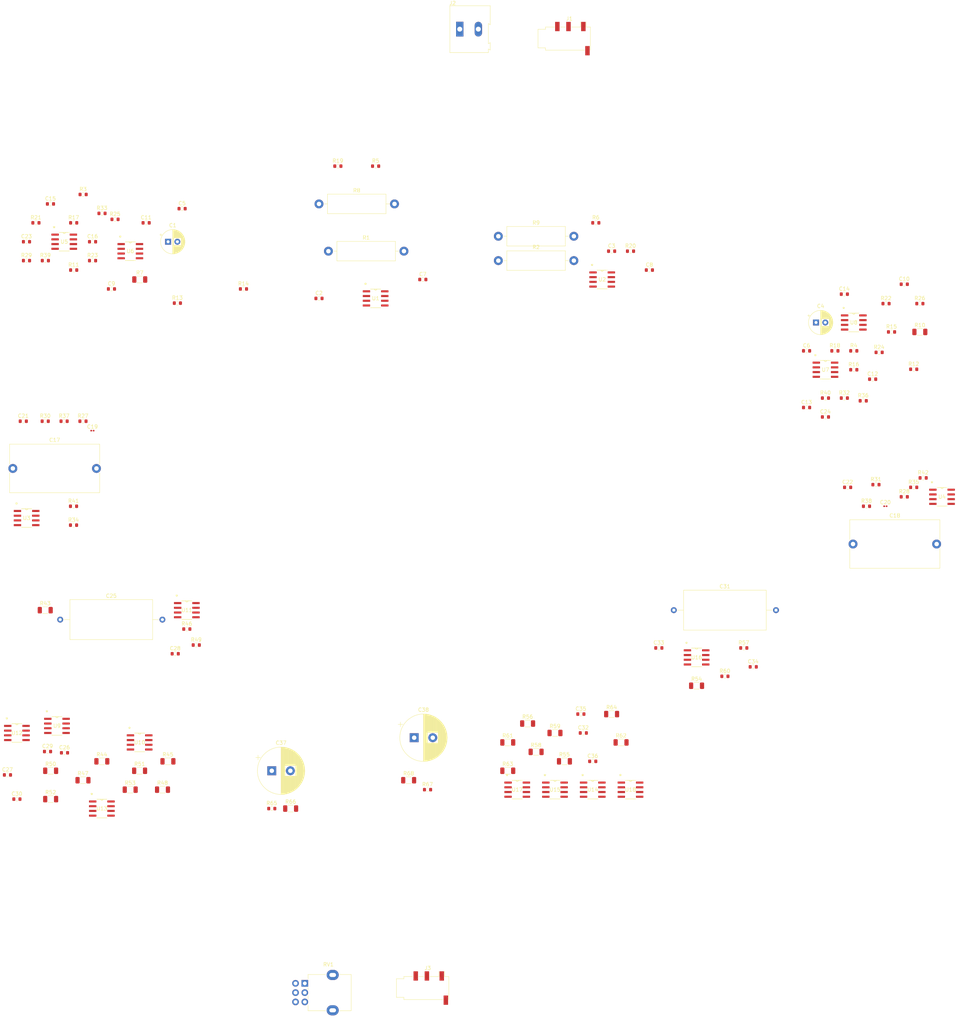
<source format=kicad_pcb>
(kicad_pcb (version 20211014) (generator pcbnew)
  (layers (0 "F.Cu" signal) (31 "B.Cu" signal) (34 "B.Paste" user) (35 "F.Paste" user) (36 "B.SilkS" user "B.Silkscreen") (37 "F.SilkS" user "F.Silkscreen") (38 "B.Mask" user) (39 "F.Mask" user) (44 "Edge.Cuts" user))
  (net 0 "")
  (net 1 "LEFT_BUF_AUDIO")
  (net 2 "L_Pot1")
  (net 3 "Net-(C2-Pad1)")
  (net 4 "GND")
  (net 5 "Net-(C3-Pad1)")
  (net 6 "RIGHT_BUF_AUDIO")
  (net 7 "R_Pot1")
  (net 8 "L_Pot2")
  (net 9 "Net-(C5-Pad2)")
  (net 10 "R_Pot2")
  (net 11 "Net-(C6-Pad2)")
  (net 13 "Net-(U12-Pad2)")
  (net 15 "Net-(C9-Pad1)")
  (net 16 "VOL_OUT_L")
  (net 17 "Net-(C10-Pad1)")
  (net 18 "VOL_OUT_R")
  (net 19 "Net-(C11-Pad1)")
  (net 20 "Net-(C11-Pad2)")
  (net 21 "Net-(C12-Pad1)")
  (net 22 "Net-(C12-Pad2)")
  (net 23 "Net-(C17-Pad1)")
  (net 24 "Net-(C17-Pad2)")
  (net 25 "Net-(C18-Pad1)")
  (net 26 "Net-(C18-Pad2)")
  (net 27 "Net-(C23-Pad1)")
  (net 28 "Net-(C23-Pad2)")
  (net 29 "Net-(C24-Pad1)")
  (net 30 "Net-(C24-Pad2)")
  (net 31 "Net-(C25-Pad2)")
  (net 32 "Net-(C31-Pad2)")
  (net 33 "Net-(C37-Pad1)")
  (net 34 "AUDIO_OUT_L")
  (net 35 "Net-(C38-Pad1)")
  (net 36 "AUDIO_OUT_R")
  (net 37 "+15V")
  (net 38 "VBIAS_L")
  (net 39 "Net-(R3-Pad2)")
  (net 40 "VBIAS_R")
  (net 41 "Net-(R4-Pad2)")
  (net 42 "Net-(R5-Pad1)")
  (net 43 "Net-(R6-Pad1)")
  (net 44 "L_Pot3")
  (net 45 "R_Pot3")
  (net 46 "Net-(R13-Pad2)")
  (net 47 "Net-(R14-Pad1)")
  (net 48 "Net-(R15-Pad2)")
  (net 49 "Net-(R16-Pad1)")
  (net 50 "Net-(R19-Pad1)")
  (net 51 "Net-(R20-Pad1)")
  (net 52 "Net-(R21-Pad2)")
  (net 53 "Net-(R22-Pad2)")
  (net 54 "LEFT_AUDIO_IN")
  (net 55 "RIGHT_AUDIO_IN")
  (net 56 "Net-(R34-Pad1)")
  (net 57 "Net-(R35-Pad1)")
  (net 58 "Net-(R41-Pad1)")
  (net 59 "Net-(R42-Pad1)")
  (net 60 "Net-(R44-Pad1)")
  (net 61 "POWER_AMP_OUT_L")
  (net 62 "Net-(R45-Pad1)")
  (net 63 "Net-(R46-Pad1)")
  (net 64 "POWER_AMP_IN_L")
  (net 65 "Net-(R47-Pad1)")
  (net 66 "Net-(R48-Pad1)")
  (net 67 "Net-(R49-Pad1)")
  (net 68 "Net-(R51-Pad1)")
  (net 69 "Net-(R52-Pad1)")
  (net 70 "Net-(R53-Pad1)")
  (net 71 "Net-(R55-Pad1)")
  (net 72 "POWER_AMP_OUT_R")
  (net 73 "Net-(R56-Pad1)")
  (net 74 "Net-(R57-Pad1)")
  (net 75 "POWER_AMP_IN_R")
  (net 76 "Net-(R58-Pad1)")
  (net 77 "Net-(R59-Pad1)")
  (net 78 "Net-(R60-Pad1)")
  (net 79 "Net-(R61-Pad1)")
  (net 80 "Net-(R62-Pad1)")
  (net 81 "Net-(R63-Pad1)")
  (net 82 "Net-(R64-Pad1)")
  (footprint "Resistor_SMD:R_0603_1608Metric" (layer "F.Cu") (at 31.100247 170.085)
    (fp_text reference "C29" (at 0 -1.43) (layer "F.SilkS"))
    (fp_text value "100n")
    (pad "1" smd roundrect (at -0.825 0) (size 0.8 0.95) (layers "F.Cu" "F.Paste" "F.Mask") (net 37 "+15V"))
    (pad "2" smd roundrect (at 0.825 0) (size 0.8 0.95) (layers "F.Cu" "F.Paste" "F.Mask") (net 4 "GND"))
  )
  (footprint "AUDIO_ECAD:NE5532DR" (layer "F.Cu") (at 157.48 180.34)
    (fp_text reference "U17" (at 0 0 unlocked) (layer "F.SilkS"))
    (fp_text value "NE5532")
    (fp_text user "*" (at -2.7178 -3.6068 unlocked) (layer "F.SilkS"))
    (fp_text user "*" (at -2.7178 -3.6068) (layer "F.SilkS"))
    (pad "1" smd rect (at -2.4638 -1.905) (size 1.9812 0.5588) (layers "F.Cu" "F.Paste" "F.Mask") (net 79 "Net-(R61-Pad1)"))
    (pad "2" smd rect (at -2.4638 -0.635) (size 1.9812 0.5588) (layers "F.Cu" "F.Paste" "F.Mask") (net 79 "Net-(R61-Pad1)"))
    (pad "3" smd rect (at -2.4638 0.635) (size 1.9812 0.5588) (layers "F.Cu" "F.Paste" "F.Mask") (net 75 "POWER_AMP_IN_R"))
    (pad "4" smd rect (at -2.4638 1.905) (size 1.9812 0.5588) (layers "F.Cu" "F.Paste" "F.Mask") (net 4 "GND"))
    (pad "5" smd rect (at 2.4638 1.905) (size 1.9812 0.5588) (layers "F.Cu" "F.Paste" "F.Mask") (net 75 "POWER_AMP_IN_R"))
    (pad "6" smd rect (at 2.4638 0.635) (size 1.9812 0.5588) (layers "F.Cu" "F.Paste" "F.Mask") (net 81 "Net-(R63-Pad1)"))
    (pad "7" smd rect (at 2.4638 -0.635) (size 1.9812 0.5588) (layers "F.Cu" "F.Paste" "F.Mask") (net 81 "Net-(R63-Pad1)"))
    (pad "8" smd rect (at 2.4638 -1.905) (size 1.9812 0.5588) (layers "F.Cu" "F.Paste" "F.Mask") (net 37 "+15V"))
  )
  (footprint "Resistor_SMD:R_0603_1608Metric" (layer "F.Cu") (at 132.08 43.18)
    (fp_text reference "C7" (at 0 -1.43) (layer "F.SilkS"))
    (fp_text value "100n")
    (pad "1" smd roundrect (at -0.825 0) (size 0.8 0.95) (layers "F.Cu" "F.Paste" "F.Mask") (net 37 "+15V"))
    (pad "2" smd roundrect (at 0.825 0) (size 0.8 0.95) (layers "F.Cu" "F.Paste" "F.Mask") (net 4 "GND"))
  )
  (footprint "Capacitor_THT:C_Axial_L22.0mm_D10.5mm_P27.50mm_Horizontal" (layer "F.Cu") (at 34.51 134.62)
    (fp_text reference "C25" (at 13.75 -6.37) (layer "F.SilkS"))
    (fp_text value "10u")
    (pad "1" thru_hole circle (at 0 0) (size 1.6 1.6) (drill 0.8) (layers *.Cu *.Mask) (net 16 "VOL_OUT_L"))
    (pad "2" thru_hole oval (at 27.5 0) (size 1.6 1.6) (drill 0.8) (layers *.Cu *.Mask) (net 31 "Net-(C25-Pad2)"))
  )
  (footprint "Resistor_SMD:R_0603_1608Metric" (layer "F.Cu") (at 38.14 40.64)
    (fp_text reference "R11" (at 0 -1.43) (layer "F.SilkS"))
    (fp_text value "5.6k")
    (pad "1" smd roundrect (at -0.825 0) (size 0.8 0.95) (layers "F.Cu" "F.Paste" "F.Mask") (net 15 "Net-(C9-Pad1)"))
    (pad "2" smd roundrect (at 0.825 0) (size 0.8 0.95) (layers "F.Cu" "F.Paste" "F.Mask") (net 16 "VOL_OUT_L"))
  )
  (footprint "AUDIO_ECAD:NE5532DR" (layer "F.Cu") (at 205.74 144.78)
    (fp_text reference "U16" (at 0 0 unlocked) (layer "F.SilkS"))
    (fp_text value "NE5532")
    (fp_text user "*" (at -2.7178 -3.6068) (layer "F.SilkS"))
    (fp_text user "*" (at -2.7178 -3.6068 unlocked) (layer "F.SilkS"))
    (pad "1" smd rect (at -2.4638 -1.905) (size 1.9812 0.5588) (layers "F.Cu" "F.Paste" "F.Mask") (net 74 "Net-(R57-Pad1)"))
    (pad "2" smd rect (at -2.4638 -0.635) (size 1.9812 0.5588) (layers "F.Cu" "F.Paste" "F.Mask") (net 74 "Net-(R57-Pad1)"))
    (pad "3" smd rect (at -2.4638 0.635) (size 1.9812 0.5588) (layers "F.Cu" "F.Paste" "F.Mask") (net 32 "Net-(C31-Pad2)"))
    (pad "4" smd rect (at -2.4638 1.905) (size 1.9812 0.5588) (layers "F.Cu" "F.Paste" "F.Mask") (net 4 "GND"))
    (pad "5" smd rect (at 2.4638 1.905) (size 1.9812 0.5588) (layers "F.Cu" "F.Paste" "F.Mask") (net 32 "Net-(C31-Pad2)"))
    (pad "6" smd rect (at 2.4638 0.635) (size 1.9812 0.5588) (layers "F.Cu" "F.Paste" "F.Mask") (net 78 "Net-(R60-Pad1)"))
    (pad "7" smd rect (at 2.4638 -0.635) (size 1.9812 0.5588) (layers "F.Cu" "F.Paste" "F.Mask") (net 78 "Net-(R60-Pad1)"))
    (pad "8" smd rect (at 2.4638 -1.905) (size 1.9812 0.5588) (layers "F.Cu" "F.Paste" "F.Mask") (net 37 "+15V"))
  )
  (footprint "Resistor_SMD:R_0603_1608Metric" (layer "F.Cu") (at 187.96 35.56)
    (fp_text reference "R20" (at 0 -1.43) (layer "F.SilkS"))
    (fp_text value "10")
    (pad "1" smd roundrect (at -0.825 0) (size 0.8 0.95) (layers "F.Cu" "F.Paste" "F.Mask") (net 51 "Net-(R20-Pad1)"))
    (pad "2" smd roundrect (at 0.825 0) (size 0.8 0.95) (layers "F.Cu" "F.Paste" "F.Mask") (net 40 "VBIAS_R"))
  )
  (footprint "Resistor_SMD:R_0603_1608Metric" (layer "F.Cu") (at 49.262742 27.0025)
    (fp_text reference "R25" (at 0 -1.43) (layer "F.SilkS"))
    (fp_text value "5.6k")
    (pad "1" smd roundrect (at -0.825 0) (size 0.8 0.95) (layers "F.Cu" "F.Paste" "F.Mask") (net 19 "Net-(C11-Pad1)"))
    (pad "2" smd roundrect (at 0.825 0) (size 0.8 0.95) (layers "F.Cu" "F.Paste" "F.Mask") (net 20 "Net-(C11-Pad2)"))
  )
  (footprint "Resistor_SMD:R_1206_3216Metric" (layer "F.Cu") (at 154.94 167.64)
    (fp_text reference "R61" (at 0 -1.82) (layer "F.SilkS"))
    (fp_text value "1")
    (pad "1" smd roundrect (at -1.4625 0) (size 1.125 1.75) (layers "F.Cu" "F.Paste" "F.Mask") (roundrect_rratio 0.222222) (net 79 "Net-(R61-Pad1)"))
    (pad "2" smd roundrect (at 1.4625 0) (size 1.125 1.75) (layers "F.Cu" "F.Paste" "F.Mask") (roundrect_rratio 0.222222) (net 72 "POWER_AMP_OUT_R"))
  )
  (footprint "Resistor_SMD:R_0603_1608Metric" (layer "F.Cu") (at 265.814516 49.6575)
    (fp_text reference "R26" (at 0 -1.43) (layer "F.SilkS"))
    (fp_text value "5.6k")
    (pad "1" smd roundrect (at -0.825 0) (size 0.8 0.95) (layers "F.Cu" "F.Paste" "F.Mask") (net 21 "Net-(C12-Pad1)"))
    (pad "2" smd roundrect (at 0.825 0) (size 0.8 0.95) (layers "F.Cu" "F.Paste" "F.Mask") (net 22 "Net-(C12-Pad2)"))
  )
  (footprint "Resistor_SMD:R_0603_1608Metric" (layer "F.Cu") (at 266.7 96.52)
    (fp_text reference "R42" (at 0 -1.43) (layer "F.SilkS"))
    (fp_text value "10")
    (pad "1" smd roundrect (at -0.825 0) (size 0.8 0.95) (layers "F.Cu" "F.Paste" "F.Mask") (net 59 "Net-(R42-Pad1)"))
    (pad "2" smd roundrect (at 0.825 0) (size 0.8 0.95) (layers "F.Cu" "F.Paste" "F.Mask") (net 6 "RIGHT_BUF_AUDIO"))
  )
  (footprint "Capacitor_THT:CP_Radial_D6.3mm_P2.50mm" (layer "F.Cu") (at 237.874516 54.7375)
    (fp_text reference "C4" (at 1.25 -4.4) (layer "F.SilkS"))
    (fp_text value "220u")
    (pad "1" thru_hole rect (at 0 0) (size 1.6 1.6) (drill 0.8) (layers *.Cu *.Mask) (net 6 "RIGHT_BUF_AUDIO"))
    (pad "2" thru_hole circle (at 2.5 0) (size 1.6 1.6) (drill 0.8) (layers *.Cu *.Mask) (net 7 "R_Pot1"))
  )
  (footprint "Resistor_SMD:R_0603_1608Metric" (layer "F.Cu") (at 264.16 67.31)
    (fp_text reference "R12" (at 0 -1.43) (layer "F.SilkS"))
    (fp_text value "5.6k")
    (pad "1" smd roundrect (at -0.825 0) (size 0.8 0.95) (layers "F.Cu" "F.Paste" "F.Mask") (net 17 "Net-(C10-Pad1)"))
    (pad "2" smd roundrect (at 0.825 0) (size 0.8 0.95) (layers "F.Cu" "F.Paste" "F.Mask") (net 18 "VOL_OUT_R"))
  )
  (footprint "AUDIO_ECAD:NE5532DR" (layer "F.Cu") (at 22.86 165.1)
    (fp_text reference "U12" (at 0 0 unlocked) (layer "F.SilkS"))
    (fp_text value "NE5532")
    (fp_text user "*" (at -2.7178 -3.6068 unlocked) (layer "F.SilkS"))
    (fp_text user "*" (at -2.7178 -3.6068) (layer "F.SilkS"))
    (pad "1" smd rect (at -2.4638 -1.905) (size 1.9812 0.5588) (layers "F.Cu" "F.Paste" "F.Mask") (net 13 "Net-(U12-Pad2)"))
    (pad "2" smd rect (at -2.4638 -0.635) (size 1.9812 0.5588) (layers "F.Cu" "F.Paste" "F.Mask") (net 13 "Net-(U12-Pad2)"))
    (pad "3" smd rect (at -2.4638 0.635) (size 1.9812 0.5588) (layers "F.Cu" "F.Paste" "F.Mask") (net 64 "POWER_AMP_IN_L"))
    (pad "4" smd rect (at -2.4638 1.905) (size 1.9812 0.5588) (layers "F.Cu" "F.Paste" "F.Mask") (net 4 "GND"))
    (pad "5" smd rect (at 2.4638 1.905) (size 1.9812 0.5588) (layers "F.Cu" "F.Paste" "F.Mask") (net 64 "POWER_AMP_IN_L"))
    (pad "6" smd rect (at 2.4638 0.635) (size 1.9812 0.5588) (layers "F.Cu" "F.Paste" "F.Mask") (net 69 "Net-(R52-Pad1)"))
    (pad "7" smd rect (at 2.4638 -0.635) (size 1.9812 0.5588) (layers "F.Cu" "F.Paste" "F.Mask") (net 69 "Net-(R52-Pad1)"))
    (pad "8" smd rect (at 2.4638 -1.905) (size 1.9812 0.5588) (layers "F.Cu" "F.Paste" "F.Mask") (net 37 "+15V"))
  )
  (footprint "Resistor_SMD:R_0603_1608Metric" (layer "F.Cu") (at 235.334516 62.3575)
    (fp_text reference "C6" (at 0 -1.43) (layer "F.SilkS"))
    (fp_text value "10u")
    (pad "1" smd roundrect (at -0.825 0) (size 0.8 0.95) (layers "F.Cu" "F.Paste" "F.Mask") (net 10 "R_Pot2"))
    (pad "2" smd roundrect (at 0.825 0) (size 0.8 0.95) (layers "F.Cu" "F.Paste" "F.Mask") (net 11 "Net-(C6-Pad2)"))
  )
  (footprint "Resistor_SMD:R_1206_3216Metric" (layer "F.Cu") (at 55.88 175.26)
    (fp_text reference "R51" (at 0 -1.82) (layer "F.SilkS"))
    (fp_text value "1")
    (pad "1" smd roundrect (at -1.4625 0) (size 1.125 1.75) (layers "F.Cu" "F.Paste" "F.Mask") (roundrect_rratio 0.222222) (net 68 "Net-(R51-Pad1)"))
    (pad "2" smd roundrect (at 1.4625 0) (size 1.125 1.75) (layers "F.Cu" "F.Paste" "F.Mask") (roundrect_rratio 0.222222) (net 61 "POWER_AMP_OUT_L"))
  )
  (footprint "Resistor_SMD:R_0603_1608Metric" (layer "F.Cu") (at 178.625 27.94)
    (fp_text reference "R6" (at 0 -1.43) (layer "F.SilkS"))
    (fp_text value "10")
    (pad "1" smd roundrect (at -0.825 0) (size 0.8 0.95) (layers "F.Cu" "F.Paste" "F.Mask") (net 43 "Net-(R6-Pad1)"))
    (pad "2" smd roundrect (at 0.825 0) (size 0.8 0.95) (layers "F.Cu" "F.Paste" "F.Mask") (net 40 "VBIAS_R"))
  )
  (footprint "Resistor_SMD:R_0603_1608Metric" (layer "F.Cu") (at 248.034516 67.4375)
    (fp_text reference "R16" (at 0 -1.43) (layer "F.SilkS"))
    (fp_text value "1k")
    (pad "1" smd roundrect (at -0.825 0) (size 0.8 0.95) (layers "F.Cu" "F.Paste" "F.Mask") (net 49 "Net-(R16-Pad1)"))
    (pad "2" smd roundrect (at 0.825 0) (size 0.8 0.95) (layers "F.Cu" "F.Paste" "F.Mask") (net 40 "VBIAS_R"))
  )
  (footprint "Resistor_SMD:R_0603_1608Metric" (layer "F.Cu") (at 24.575 81.28)
    (fp_text reference "C21" (at 0 -1.43) (layer "F.SilkS"))
    (fp_text value "100n")
    (pad "1" smd roundrect (at -0.825 0) (size 0.8 0.95) (layers "F.Cu" "F.Paste" "F.Mask") (net 37 "+15V"))
    (pad "2" smd roundrect (at 0.825 0) (size 0.8 0.95) (layers "F.Cu" "F.Paste" "F.Mask") (net 4 "GND"))
  )
  (footprint "Resistor_THT:R_Axial_DIN0516_L15.5mm_D5.0mm_P20.32mm_Horizontal" (layer "F.Cu") (at 106.68 35.56)
    (fp_text reference "R1" (at 10.16 -3.62) (layer "F.SilkS"))
    (fp_text value "2.2k")
    (pad "1" thru_hole circle (at 0 0) (size 2.4 2.4) (drill 1.2) (layers *.Cu *.Mask) (net 37 "+15V"))
    (pad "2" thru_hole oval (at 20.32 0) (size 2.4 2.4) (drill 1.2) (layers *.Cu *.Mask) (net 3 "Net-(C2-Pad1)"))
  )
  (footprint "Resistor_SMD:R_0603_1608Metric" (layer "F.Cu") (at 71.12 141.46)
    (fp_text reference "R49" (at 0 -1.43) (layer "F.SilkS"))
    (fp_text value "10")
    (pad "1" smd roundrect (at -0.825 0) (size 0.8 0.95) (layers "F.Cu" "F.Paste" "F.Mask") (net 67 "Net-(R49-Pad1)"))
    (pad "2" smd roundrect (at 0.825 0) (size 0.8 0.95) (layers "F.Cu" "F.Paste" "F.Mask") (net 64 "POWER_AMP_IN_L"))
  )
  (footprint "Resistor_THT:R_Axial_DIN0516_L15.5mm_D5.0mm_P20.32mm_Horizontal" (layer "F.Cu") (at 152.4 38.1)
    (fp_text reference "R2" (at 10.16 -3.62) (layer "F.SilkS"))
    (fp_text value "2.2k")
    (pad "1" thru_hole circle (at 0 0) (size 2.4 2.4) (drill 1.2) (layers *.Cu *.Mask) (net 37 "+15V"))
    (pad "2" thru_hole oval (at 20.32 0) (size 2.4 2.4) (drill 1.2) (layers *.Cu *.Mask) (net 5 "Net-(C3-Pad1)"))
  )
  (footprint "Resistor_SMD:R_0603_1608Metric" (layer "F.Cu") (at 220.98 147.32)
    (fp_text reference "C34" (at 0 -1.43) (layer "F.SilkS"))
    (fp_text value "100n")
    (pad "1" smd roundrect (at -0.825 0) (size 0.8 0.95) (layers "F.Cu" "F.Paste" "F.Mask") (net 37 "+15V"))
    (pad "2" smd roundrect (at 0.825 0) (size 0.8 0.95) (layers "F.Cu" "F.Paste" "F.Mask") (net 4 "GND"))
  )
  (footprint "Resistor_SMD:R_0603_1608Metric" (layer "F.Cu") (at 43.22 38.1)
    (fp_text reference "R23" (at 0 -1.43) (layer "F.SilkS"))
    (fp_text value "10")
    (pad "1" smd roundrect (at -0.825 0) (size 0.8 0.95) (layers "F.Cu" "F.Paste" "F.Mask") (net 20 "Net-(C11-Pad2)"))
    (pad "2" smd roundrect (at 0.825 0) (size 0.8 0.95) (layers "F.Cu" "F.Paste" "F.Mask") (net 44 "L_Pot3"))
  )
  (footprint "Connector_Audio:Jack_3.5mm_PJ320D_Horizontal" (layer "F.Cu") (at 171.45 -21.59)
    (fp_text reference "J1" (at 0.05 -5.35) (layer "F.SilkS"))
    (fp_text value "AudioJack4")
    (pad "" np_thru_hole circle (at 2.225 0) (size 1.5 1.5) (drill 1.5) (layers *.Cu *.Mask))
    (pad "" np_thru_hole circle (at -4.775 0) (size 1.5 1.5) (drill 1.5) (layers *.Cu *.Mask))
    (pad "R1" smd rect (at -0.175 -3.25) (size 1.2 2.5) (layers "F.Cu" "F.Paste" "F.Mask") (net 54 "LEFT_AUDIO_IN"))
    (pad "R2" smd rect (at -3.175 -3.25) (size 1.2 2.5) (layers "F.Cu" "F.Paste" "F.Mask"))
    (pad "S" smd rect (at 4.925 3.25) (size 1.2 2.5) (layers "F.Cu" "F.Paste" "F.Mask") (net 4 "GND"))
    (pad "T" smd rect (at 3.825 -3.25) (size 1.2 2.5) (layers "F.Cu" "F.Paste" "F.Mask") (net 55 "RIGHT_AUDIO_IN"))
  )
  (footprint "Resistor_SMD:R_1206_3216Metric" (layer "F.Cu") (at 167.64 165.1)
    (fp_text reference "R59" (at 0 -1.82) (layer "F.SilkS"))
    (fp_text value "1")
    (pad "1" smd roundrect (at -1.4625 0) (size 1.125 1.75) (layers "F.Cu" "F.Paste" "F.Mask") (roundrect_rratio 0.222222) (net 77 "Net-(R59-Pad1)"))
    (pad "2" smd roundrect (at 1.4625 0) (size 1.125 1.75) (layers "F.Cu" "F.Paste" "F.Mask") (roundrect_rratio 0.222222) (net 72 "POWER_AMP_OUT_R"))
  )
  (footprint "Resistor_SMD:R_0603_1608Metric" (layer "F.Cu") (at 65.46 143.795)
    (fp_text reference "C28" (at 0 -1.43) (layer "F.SilkS"))
    (fp_text value "100n")
    (pad "1" smd roundrect (at -0.825 0) (size 0.8 0.95) (layers "F.Cu" "F.Paste" "F.Mask") (net 37 "+15V"))
    (pad "2" smd roundrect (at 0.825 0) (size 0.8 0.95) (layers "F.Cu" "F.Paste" "F.Mask") (net 4 "GND"))
  )
  (footprint "AUDIO_ECAD:NE5532DR" (layer "F.Cu") (at 33.640247 163.195)
    (fp_text reference "U9" (at 0 0 unlocked) (layer "F.SilkS"))
    (fp_text value "NE5532")
    (fp_text user "*" (at -2.7178 -3.6068) (layer "F.SilkS"))
    (fp_text user "*" (at -2.7178 -3.6068 unlocked) (layer "F.SilkS"))
    (pad "1" smd rect (at -2.4638 -1.905) (size 1.9812 0.5588) (layers "F.Cu" "F.Paste" "F.Mask") (net 60 "Net-(R44-Pad1)"))
    (pad "2" smd rect (at -2.4638 -0.635) (size 1.9812 0.5588) (layers "F.Cu" "F.Paste" "F.Mask") (net 60 "Net-(R44-Pad1)"))
    (pad "3" smd rect (at -2.4638 0.635) (size 1.9812 0.5588) (layers "F.Cu" "F.Paste" "F.Mask") (net 64 "POWER_AMP_IN_L"))
    (pad "4" smd rect (at -2.4638 1.905) (size 1.9812 0.5588) (layers "F.Cu" "F.Paste" "F.Mask") (net 4 "GND"))
    (pad "5" smd rect (at 2.4638 1.905) (size 1.9812 0.5588) (layers "F.Cu" "F.Paste" "F.Mask") (net 64 "POWER_AMP_IN_L"))
    (pad "6" smd rect (at 2.4638 0.635) (size 1.9812 0.5588) (layers "F.Cu" "F.Paste" "F.Mask") (net 65 "Net-(R47-Pad1)"))
    (pad "7" smd rect (at 2.4638 -0.635) (size 1.9812 0.5588) (layers "F.Cu" "F.Paste" "F.Mask") (net 65 "Net-(R47-Pad1)"))
    (pad "8" smd rect (at 2.4638 -1.905) (size 1.9812 0.5588) (layers "F.Cu" "F.Paste" "F.Mask") (net 37 "+15V"))
  )
  (footprint "Resistor_SMD:R_0603_1608Metric" (layer "F.Cu") (at 195.58 142.24)
    (fp_text reference "C33" (at 0 -1.43) (layer "F.SilkS"))
    (fp_text value "100n")
    (pad "1" smd roundrect (at -0.825 0) (size 0.8 0.95) (layers "F.Cu" "F.Paste" "F.Mask") (net 37 "+15V"))
    (pad "2" smd roundrect (at 0.825 0) (size 0.8 0.95) (layers "F.Cu" "F.Paste" "F.Mask") (net 4 "GND"))
  )
  (footprint "Resistor_SMD:R_0603_1608Metric" (layer "F.Cu") (at 43.22 33.02)
    (fp_text reference "C16" (at 0 -1.43) (layer "F.SilkS"))
    (fp_text value "100n")
    (pad "1" smd roundrect (at -0.825 0) (size 0.8 0.95) (layers "F.Cu" "F.Paste" "F.Mask") (net 37 "+15V"))
    (pad "2" smd roundrect (at 0.825 0) (size 0.8 0.95) (layers "F.Cu" "F.Paste" "F.Mask") (net 4 "GND"))
  )
  (footprint "Resistor_SMD:R_0603_1608Metric" (layer "F.Cu") (at 254.854516 62.77)
    (fp_text reference "R24" (at 0 -1.43) (layer "F.SilkS"))
    (fp_text value "10")
    (pad "1" smd roundrect (at -0.825 0) (size 0.8 0.95) (layers "F.Cu" "F.Paste" "F.Mask") (net 22 "Net-(C12-Pad2)"))
    (pad "2" smd roundrect (at 0.825 0) (size 0.8 0.95) (layers "F.Cu" "F.Paste" "F.Mask") (net 45 "R_Pot3"))
  )
  (footprint "Resistor_SMD:R_0603_1608Metric" (layer "F.Cu") (at 254 98.33)
    (fp_text reference "R31" (at 0 -1.43) (layer "F.SilkS"))
    (fp_text value "100")
    (pad "1" smd roundrect (at -0.825 0) (size 0.8 0.95) (layers "F.Cu" "F.Paste" "F.Mask") (net 55 "RIGHT_AUDIO_IN"))
    (pad "2" smd roundrect (at 0.825 0) (size 0.8 0.95) (layers "F.Cu" "F.Paste" "F.Mask") (net 25 "Net-(C18-Pad1)"))
  )
  (footprint "Capacitor_SMD:C_0201_0603Metric" (layer "F.Cu") (at 43.18 83.82)
    (fp_text reference "C19" (at 0 -1.05) (layer "F.SilkS"))
    (fp_text value "1n")
    (pad "1" smd roundrect (at -0.32 0) (size 0.46 0.4) (layers "F.Cu" "F.Mask") (net 23 "Net-(C17-Pad1)"))
    (pad "2" smd roundrect (at 0.32 0) (size 0.46 0.4) (layers "F.Cu" "F.Mask") (net 4 "GND"))
  )
  (footprint "Resistor_SMD:R_1206_3216Metric" (layer "F.Cu") (at 55.92 43.18)
    (fp_text reference "R7" (at 0 -1.82) (layer "F.SilkS"))
    (fp_text value "3.3k")
    (pad "1" smd roundrect (at -1.4625 0) (size 1.125 1.75) (layers "F.Cu" "F.Paste" "F.Mask") (roundrect_rratio 0.222222) (net 44 "L_Pot3"))
    (pad "2" smd roundrect (at 1.4625 0) (size 1.125 1.75) (layers "F.Cu" "F.Paste" "F.Mask") (roundrect_rratio 0.222222) (net 15 "Net-(C9-Pad1)"))
  )
  (footprint "AUDIO_ECAD:NE5532DR" (layer "F.Cu") (at 53.38 35.56)
    (fp_text reference "U6" (at 0 0 unlocked) (layer "F.SilkS"))
    (fp_text value "NE5532")
    (fp_text user "*" (at -2.7178 -3.6068 unlocked) (layer "F.SilkS"))
    (fp_text user "*" (at -2.7178 -3.6068) (layer "F.SilkS"))
    (pad "1" smd rect (at -2.4638 -1.905) (size 1.9812 0.5588) (layers "F.Cu" "F.Paste" "F.Mask") (net 28 "Net-(C23-Pad2)"))
    (pad "2" smd rect (at -2.4638 -0.635) (size 1.9812 0.5588) (layers "F.Cu" "F.Paste" "F.Mask") (net 27 "Net-(C23-Pad1)"))
    (pad "3" smd rect (at -2.4638 0.635) (size 1.9812 0.5588) (layers "F.Cu" "F.Paste" "F.Mask") (net 46 "Net-(R13-Pad2)"))
    (pad "4" smd rect (at -2.4638 1.905) (size 1.9812 0.5588) (layers "F.Cu" "F.Paste" "F.Mask") (net 4 "GND"))
    (pad "5" smd rect (at 2.4638 1.905) (size 1.9812 0.5588) (layers "F.Cu" "F.Paste" "F.Mask") (net 47 "Net-(R14-Pad1)"))
    (pad "6" smd rect (at 2.4638 0.635) (size 1.9812 0.5588) (layers "F.Cu" "F.Paste" "F.Mask") (net 19 "Net-(C11-Pad1)"))
    (pad "7" smd rect (at 2.4638 -0.635) (size 1.9812 0.5588) (layers "F.Cu" "F.Paste" "F.Mask") (net 20 "Net-(C11-Pad2)"))
    (pad "8" smd rect (at 2.4638 -1.905) (size 1.9812 0.5588) (layers "F.Cu" "F.Paste" "F.Mask") (net 37 "+15V"))
  )
  (footprint "AUDIO_ECAD:NE5532DR" (layer "F.Cu") (at 45.72 185.42)
    (fp_text reference "U13" (at 0 0 unlocked) (layer "F.SilkS"))
    (fp_text value "NE5532")
    (fp_text user "*" (at -2.7178 -3.6068) (layer "F.SilkS"))
    (fp_text user "*" (at -2.7178 -3.6068 unlocked) (layer "F.SilkS"))
    (pad "1" smd rect (at -2.4638 -1.905) (size 1.9812 0.5588) (layers "F.Cu" "F.Paste" "F.Mask") (net 68 "Net-(R51-Pad1)"))
    (pad "2" smd rect (at -2.4638 -0.635) (size 1.9812 0.5588) (layers "F.Cu" "F.Paste" "F.Mask") (net 68 "Net-(R51-Pad1)"))
    (pad "3" smd rect (at -2.4638 0.635) (size 1.9812 0.5588) (layers "F.Cu" "F.Paste" "F.Mask") (net 64 "POWER_AMP_IN_L"))
    (pad "4" smd rect (at -2.4638 1.905) (size 1.9812 0.5588) (layers "F.Cu" "F.Paste" "F.Mask") (net 4 "GND"))
    (pad "5" smd rect (at 2.4638 1.905) (size 1.9812 0.5588) (layers "F.Cu" "F.Paste" "F.Mask") (net 64 "POWER_AMP_IN_L"))
    (pad "6" smd rect (at 2.4638 0.635) (size 1.9812 0.5588) (layers "F.Cu" "F.Paste" "F.Mask") (net 70 "Net-(R53-Pad1)"))
    (pad "7" smd rect (at 2.4638 -0.635) (size 1.9812 0.5588) (layers "F.Cu" "F.Paste" "F.Mask") (net 70 "Net-(R53-Pad1)"))
    (pad "8" smd rect (at 2.4638 -1.905) (size 1.9812 0.5588) (layers "F.Cu" "F.Paste" "F.Mask") (net 37 "+15V"))
  )
  (footprint "Capacitor_THT:CP_Radial_D12.5mm_P5.00mm" (layer "F.Cu") (at 91.44 175.26)
    (fp_text reference "C37" (at 2.5 -7.5) (layer "F.SilkS"))
    (fp_text value "2200u")
    (pad "1" thru_hole rect (at 0 0) (size 2.4 2.4) (drill 1.2) (layers *.Cu *.Mask) (net 33 "Net-(C37-Pad1)"))
    (pad "2" thru_hole circle (at 5 0) (size 2.4 2.4) (drill 1.2) (layers *.Cu *.Mask) (net 34 "AUDIO_OUT_L"))
  )
  (footprint "Capacitor_THT:C_Axial_L22.0mm_D10.5mm_P27.50mm_Horizontal" (layer "F.Cu") (at 199.61 132.08)
    (fp_text reference "C31" (at 13.75 -6.37) (layer "F.SilkS"))
    (fp_text value "10u")
    (pad "1" thru_hole circle (at 0 0) (size 1.6 1.6) (drill 0.8) (layers *.Cu *.Mask) (net 18 "VOL_OUT_R"))
    (pad "2" thru_hole oval (at 27.5 0) (size 1.6 1.6) (drill 0.8) (layers *.Cu *.Mask) (net 32 "Net-(C31-Pad2)"))
  )
  (footprint "Potentiometer_THT:Potentiometer_Alpha_RD902F-40-00D_Dual_Vertical" (layer "F.Cu") (at 100.33 232.41)
    (fp_text reference "RV1" (at 6.35 -5.06 180) (layer "F.SilkS"))
    (fp_text value "R_Potentiometer_Dual")
    (pad "" thru_hole oval (at 7.5 7.25 90) (size 2.72 3.24) (drill oval 1.1 1.8) (layers *.Cu *.Mask))
    (pad "" thru_hole oval (at 7.5 -2.25 90) (size 2.72 3.24) (drill oval 1.1 1.8) (layers *.Cu *.Mask))
    (pad "1" thru_hole rect (at 0 0 90) (size 1.8 1.8) (drill 1) (layers *.Cu *.Mask) (net 2 "L_Pot1"))
    (pad "2" thru_hole circle (at 0 2.5 90) (size 1.8 1.8) (drill 1) (layers *.Cu *.Mask) (net 8 "L_Pot2"))
    (pad "3" thru_hole circle (at 0 5 90) (size 1.8 1.8) (drill 1) (layers *.Cu *.Mask) (net 44 "L_Pot3"))
    (pad "4" thru_hole circle (at -2.5 0 90) (size 1.8 1.8) (drill 1) (layers *.Cu *.Mask) (net 45 "R_Pot3"))
    (pad "5" thru_hole circle (at -2.5 2.5 90) (size 1.8 1.8) (drill 1) (layers *.Cu *.Mask) (net 10 "R_Pot2"))
    (pad "6" thru_hole circle (at -2.5 5 90) (size 1.8 1.8) (drill 1) (layers *.Cu *.Mask) (net 7 "R_Pot1"))
  )
  (footprint "Resistor_SMD:R_0603_1608Metric" (layer "F.Cu") (at 245.494516 75.0575)
    (fp_text reference "R32" (at 0 -1.43) (layer "F.SilkS"))
    (fp_text value "1k")
    (pad "1" smd roundrect (at -0.825 0) (size 0.8 0.95) (layers "F.Cu" "F.Paste" "F.Mask") (net 29 "Net-(C24-Pad1)"))
    (pad "2" smd roundrect (at 0.825 0) (size 0.8 0.95) (layers "F.Cu" "F.Paste" "F.Mask") (net 53 "Net-(R22-Pad2)"))
  )
  (footprint "Resistor_SMD:R_0603_1608Metric" (layer "F.Cu") (at 25.44 33.02)
    (fp_text reference "C23" (at 0 -1.43) (layer "F.SilkS"))
    (fp_text value "100p")
    (pad "1" smd roundrect (at -0.825 0) (size 0.8 0.95) (layers "F.Cu" "F.Paste" "F.Mask") (net 27 "Net-(C23-Pad1)"))
    (pad "2" smd roundrect (at 0.825 0) (size 0.8 0.95) (layers "F.Cu" "F.Paste" "F.Mask") (net 28 "Net-(C23-Pad2)"))
  )
  (footprint "Resistor_SMD:R_0603_1608Metric" (layer "F.Cu") (at 218.44 142.24)
    (fp_text reference "R57" (at 0 -1.43) (layer "F.SilkS"))
    (fp_text value "10")
    (pad "1" smd roundrect (at -0.825 0) (size 0.8 0.95) (layers "F.Cu" "F.Paste" "F.Mask") (net 74 "Net-(R57-Pad1)"))
    (pad "2" smd roundrect (at 0.825 0) (size 0.8 0.95) (layers "F.Cu" "F.Paste" "F.Mask") (net 75 "POWER_AMP_IN_R"))
  )
  (footprint "Resistor_SMD:R_0603_1608Metric" (layer "F.Cu") (at 109.22 12.7)
    (fp_text reference "R19" (at 0 -1.43) (layer "F.SilkS"))
    (fp_text value "10")
    (pad "1" smd roundrect (at -0.825 0) (size 0.8 0.95) (layers "F.Cu" "F.Paste" "F.Mask") (net 50 "Net-(R19-Pad1)"))
    (pad "2" smd roundrect (at 0.825 0) (size 0.8 0.95) (layers "F.Cu" "F.Paste" "F.Mask") (net 38 "VBIAS_L"))
  )
  (footprint "Resistor_SMD:R_0603_1608Metric" (layer "F.Cu") (at 48.3 45.72)
    (fp_text reference "C9" (at 0 -1.43) (layer "F.SilkS"))
    (fp_text value "100p")
    (pad "1" smd roundrect (at -0.825 0) (size 0.8 0.95) (layers "F.Cu" "F.Paste" "F.Mask") (net 15 "Net-(C9-Pad1)"))
    (pad "2" smd roundrect (at 0.825 0) (size 0.8 0.95) (layers "F.Cu" "F.Paste" "F.Mask") (net 16 "VOL_OUT_L"))
  )
  (footprint "Resistor_SMD:R_0603_1608Metric" (layer "F.Cu") (at 35.670968 170.425)
    (fp_text reference "C26" (at 0 -1.43) (layer "F.SilkS"))
    (fp_text value "100n")
    (pad "1" smd roundrect (at -0.825 0) (size 0.8 0.95) (layers "F.Cu" "F.Paste" "F.Mask") (net 37 "+15V"))
    (pad "2" smd roundrect (at 0.825 0) (size 0.8 0.95) (layers "F.Cu" "F.Paste" "F.Mask") (net 4 "GND"))
  )
  (footprint "Capacitor_THT:C_Rect_L24.0mm_W12.8mm_P22.50mm_MKT" (layer "F.Cu") (at 247.83 114.3)
    (fp_text reference "C18" (at 11.25 -7.65) (layer "F.SilkS"))
    (fp_text value "4.7u")
    (pad "1" thru_hole circle (at 0 0) (size 2.4 2.4) (drill 1.2) (layers *.Cu *.Mask) (net 25 "Net-(C18-Pad1)"))
    (pad "2" thru_hole circle (at 22.5 0) (size 2.4 2.4) (drill 1.2) (layers *.Cu *.Mask) (net 26 "Net-(C18-Pad2)"))
  )
  (footprint "Resistor_SMD:R_0603_1608Metric" (layer "F.Cu") (at 35.56 81.28)
    (fp_text reference "R37" (at 0 -1.43) (layer "F.SilkS"))
    (fp_text value "22k")
    (pad "1" smd roundrect (at -0.825 0) (size 0.8 0.95) (layers "F.Cu" "F.Paste" "F.Mask") (net 4 "GND"))
    (pad "2" smd roundrect (at 0.825 0) (size 0.8 0.95) (layers "F.Cu" "F.Paste" "F.Mask") (net 23 "Net-(C17-Pad1)"))
  )
  (footprint "Resistor_SMD:R_1206_3216Metric" (layer "F.Cu") (at 160.28 162.56)
    (fp_text reference "R56" (at 0 -1.82) (layer "F.SilkS"))
    (fp_text value "1")
    (pad "1" smd roundrect (at -1.4625 0) (size 1.125 1.75) (layers "F.Cu" "F.Paste" "F.Mask") (roundrect_rratio 0.222222) (net 73 "Net-(R56-Pad1)"))
    (pad "2" smd roundrect (at 1.4625 0) (size 1.125 1.75) (layers "F.Cu" "F.Paste" "F.Mask") (roundrect_rratio 0.222222) (net 72 "POWER_AMP_OUT_R"))
  )
  (footprint "Resistor_SMD:R_0603_1608Metric" (layer "F.Cu") (at 256.714516 49.6575)
    (fp_text reference "R22" (at 0 -1.43) (layer "F.SilkS"))
    (fp_text value "1k")
    (pad "1" smd roundrect (at -0.825 0) (size 0.8 0.95) (layers "F.Cu" "F.Paste" "F.Mask") (net 21 "Net-(C12-Pad1)"))
    (pad "2" smd roundrect (at 0.825 0) (size 0.8 0.95) (layers "F.Cu" "F.Paste" "F.Mask") (net 53 "Net-(R22-Pad2)"))
  )
  (footprint "Resistor_SMD:R_0603_1608Metric" (layer "F.Cu") (at 40.64 81.28)
    (fp_text reference "R27" (at 0 -1.43) (layer "F.SilkS"))
    (fp_text value "22k")
    (pad "1" smd roundrect (at -0.825 0) (size 0.8 0.95) (layers "F.Cu" "F.Paste" "F.Mask") (net 24 "Net-(C17-Pad2)"))
    (pad "2" smd roundrect (at 0.825 0) (size 0.8 0.95) (layers "F.Cu" "F.Paste" "F.Mask") (net 38 "VBIAS_L"))
  )
  (footprint "Resistor_SMD:R_1206_3216Metric" (layer "F.Cu") (at 96.52 185.42)
    (fp_text reference "R66" (at 0 -1.82) (layer "F.SilkS"))
    (fp_text value "10k")
    (pad "1" smd roundrect (at -1.4625 0) (size 1.125 1.75) (layers "F.Cu" "F.Paste" "F.Mask") (roundrect_rratio 0.222222) (net 4 "GND"))
    (pad "2" smd roundrect (at 1.4625 0) (size 1.125 1.75) (layers "F.Cu" "F.Paste" "F.Mask") (roundrect_rratio 0.222222) (net 34 "AUDIO_OUT_L"))
  )
  (footprint "Resistor_SMD:R_0603_1608Metric" (layer "F.Cu") (at 30.48 81.28)
    (fp_text reference "R30" (at 0 -1.43) (layer "F.SilkS"))
    (fp_text value "100")
    (pad "1" smd roundrect (at -0.825 0) (size 0.8 0.95) (layers "F.Cu" "F.Paste" "F.Mask") (net 54 "LEFT_AUDIO_IN"))
    (pad "2" smd roundrect (at 0.825 0) (size 0.8 0.95) (layers "F.Cu" "F.Paste" "F.Mask") (net 23 "Net-(C17-Pad1)"))
  )
  (footprint "Resistor_SMD:R_0603_1608Metric" (layer "F.Cu") (at 30.52 38.1)
    (fp_text reference "R39" (at 0 -1.43) (layer "F.SilkS"))
    (fp_text value "5.6k")
    (pad "1" smd roundrect (at -0.825 0) (size 0.8 0.95) (layers "F.Cu" "F.Paste" "F.Mask") (net 27 "Net-(C23-Pad1)"))
    (pad "2" smd roundrect (at 0.825 0) (size 0.8 0.95) (layers "F.Cu" "F.Paste" "F.Mask") (net 28 "Net-(C23-Pad2)"))
  )
  (footprint "AUDIO_ECAD:NE5532DR" (layer "F.Cu") (at 180.34 43.18)
    (fp_text reference "U2" (at 0 0 unlocked) (layer "F.SilkS"))
    (fp_text value "NE5532")
    (fp_text user "*" (at -2.7178 -3.6068) (layer "F.SilkS"))
    (fp_text user "*" (at -2.7178 -3.6068 unlocked) (layer "F.SilkS"))
    (pad "1" smd rect (at -2.4638 -1.905) (size 1.9812 0.5588) (layers "F.Cu" "F.Paste" "F.Mask") (net 43 "Net-(R6-Pad1)"))
    (pad "2" smd rect (at -2.4638 -0.635) (size 1.9812 0.5588) (layers "F.Cu" "F.Paste" "F.Mask") (net 43 "Net-(R6-Pad1)"))
    (pad "3" smd rect (at -2.4638 0.635) (size 1.9812 0.5588) (layers "F.Cu" "F.Paste" "F.Mask") (net 5 "Net-(C3-Pad1)"))
    (pad "4" smd rect (at -2.4638 1.905) (size 1.9812 0.5588) (layers "F.Cu" "F.Paste" "F.Mask") (net 4 "GND"))
    (pad "5" smd rect (at 2.4638 1.905) (size 1.9812 0.5588) (layers "F.Cu" "F.Paste" "F.Mask") (net 5 "Net-(C3-Pad1)"))
    (pad "6" smd rect (at 2.4638 0.635) (size 1.9812 0.5588) (layers "F.Cu" "F.Paste" "F.Mask") (net 51 "Net-(R20-Pad1)"))
    (pad "7" smd rect (at 2.4638 -0.635) (size 1.9812 0.5588) (layers "F.Cu" "F.Paste" "F.Mask") (net 51 "Net-(R20-Pad1)"))
    (pad "8" smd rect (at 2.4638 -1.905) (size 1.9812 0.5588) (layers "F.Cu" "F.Paste" "F.Mask") (net 37 "+15V"))
  )
  (footprint "AUDIO_ECAD:NE5532DR" (layer "F.Cu") (at 25.4762 107.315)
    (fp_text reference "U3" (at 0 0 unlocked) (layer "F.SilkS"))
    (fp_text value "NE5532")
    (fp_text user "*" (at -2.7178 -3.6068) (layer "F.SilkS"))
    (fp_text user "*" (at -2.7178 -3.6068 unlocked) (layer "F.SilkS"))
    (pad "1" smd rect (at -2.4638 -1.905) (size 1.9812 0.5588) (layers "F.Cu" "F.Paste" "F.Mask") (net 56 "Net-(R34-Pad1)"))
    (pad "2" smd rect (at -2.4638 -0.635) (size 1.9812 0.5588) (layers "F.Cu" "F.Paste" "F.Mask") (net 56 "Net-(R34-Pad1)"))
    (pad "3" smd rect (at -2.4638 0.635) (size 1.9812 0.5588) (layers "F.Cu" "F.Paste" "F.Mask") (net 24 "Net-(C17-Pad2)"))
    (pad "4" smd rect (at -2.4638 1.905) (size 1.9812 0.5588) (layers "F.Cu" "F.Paste" "F.Mask") (net 4 "GND"))
    (pad "5" smd rect (at 2.4638 1.905) (size 1.9812 0.5588) (layers "F.Cu" "F.Paste" "F.Mask") (net 24 "Net-(C17-Pad2)"))
    (pad "6" smd rect (at 2.4638 0.635) (size 1.9812 0.5588) (layers "F.Cu" "F.Paste" "F.Mask") (net 58 "Net-(R41-Pad1)"))
    (pad "7" smd rect (at 2.4638 -0.635) (size 1.9812 0.5588) (layers "F.Cu" "F.Paste" "F.Mask") (net 58 "Net-(R41-Pad1)"))
    (pad "8" smd rect (at 2.4638 -1.905) (size 1.9812 0.5588) (layers "F.Cu" "F.Paste" "F.Mask") (net 37 "+15V"))
  )
  (footprint "TerminalBlock:TerminalBlock_Altech_AK300-2_P5.00mm" (layer "F.Cu") (at 142.015 -24.13)
    (fp_text reference "J2" (at -1.92 -6.99) (layer "F.SilkS"))
    (fp_text value "Screw_Terminal_01x02")
    (pad "1" thru_hole rect (at 0 0) (size 1.98 3.96) (drill 1.32) (layers *.Cu *.Mask) (net 37 "+15V"))
    (pad "2" thru_hole oval (at 5 0) (size 1.98 3.96) (drill 1.32) (layers *.Cu *.Mask) (net 4 "GND"))
  )
  (footprint "Resistor_SMD:R_0603_1608Metric" (layer "F.Cu") (at 248.034516 62.3575)
    (fp_text reference "R4" (at 0 -1.43) (layer "F.SilkS"))
    (fp_text value "1k")
    (pad "1" smd roundrect (at -0.825 0) (size 0.8 0.95) (layers "F.Cu" "F.Paste" "F.Mask") (net 40 "VBIAS_R"))
    (pad "2" smd roundrect (at 0.825 0) (size 0.8 0.95) (layers "F.Cu" "F.Paste" "F.Mask") (net 41 "Net-(R4-Pad2)"))
  )
  (footprint "Resistor_SMD:R_0603_1608Metric" (layer "F.Cu") (at 27.98 27.94)
    (fp_text reference "R21" (at 0 -1.43) (layer "F.SilkS"))
    (fp_text value "1k")
    (pad "1" smd roundrect (at -0.825 0) (size 0.8 0.95) (layers "F.Cu" "F.Paste" "F.Mask") (net 19 "Net-(C11-Pad1)"))
    (pad "2" smd roundrect (at 0.825 0) (size 0.8 0.95) (layers "F.Cu" "F.Paste" "F.Mask") (net 52 "Net-(R21-Pad2)"))
  )
  (footprint "Resistor_SMD:R_0603_1608Metric" (layer "F.Cu") (at 38.1 109.22)
    (fp_text reference "R34" (at 0 -1.43) (layer "F.SilkS"))
    (fp_text value "10")
    (pad "1" smd roundrect (at -0.825 0) (size 0.8 0.95) (layers "F.Cu" "F.Paste" "F.Mask") (net 56 "Net-(R34-Pad1)"))
    (pad "2" smd roundrect (at 0.825 0) (size 0.8 0.95) (layers "F.Cu" "F.Paste" "F.Mask") (net 1 "LEFT_BUF_AUDIO"))
  )
  (footprint "Resistor_SMD:R_1206_3216Metric" (layer "F.Cu") (at 170.18 172.72)
    (fp_text reference "R55" (at 0 -1.82) (layer "F.SilkS"))
    (fp_text value "1")
    (pad "1" smd roundrect (at -1.4625 0) (size 1.125 1.75) (layers "F.Cu" "F.Paste" "F.Mask") (roundrect_rratio 0.222222) (net 71 "Net-(R55-Pad1)"))
    (pad "2" smd roundrect (at 1.4625 0) (size 1.125 1.75) (layers "F.Cu" "F.Paste" "F.Mask") (roundrect_rratio 0.222222) (net 72 "POWER_AMP_OUT_R"))
  )
  (footprint "Resistor_SMD:R_0603_1608Metric" (layer "F.Cu") (at 235.334516 77.5975)
    (fp_text reference "C13" (at 0 -1.43) (layer "F.SilkS"))
    (fp_text value "100n")
    (pad "1" smd roundrect (at -0.825 0) (size 0.8 0.95) (layers "F.Cu" "F.Paste" "F.Mask") (net 37 "+15V"))
    (pad "2" smd roundrect (at 0.825 0) (size 0.8 0.95) (layers "F.Cu" "F.Paste" "F.Mask") (net 4 "GND"))
  )
  (footprint "Capacitor_THT:CP_Radial_D12.5mm_P5.00mm" (layer "F.Cu") (at 129.756041 166.37)
    (fp_text reference "C38" (at 2.5 -7.5) (layer "F.SilkS"))
    (fp_text value "2200u")
    (pad "1" thru_hole rect (at 0 0) (size 2.4 2.4) (drill 1.2) (layers *.Cu *.Mask) (net 35 "Net-(C38-Pad1)"))
    (pad "2" thru_hole circle (at 5 0) (size 2.4 2.4) (drill 1.2) (layers *.Cu *.Mask) (net 36 "AUDIO_OUT_R"))
  )
  (footprint "Resistor_SMD:R_0603_1608Metric" (layer "F.Cu") (at 245.494516 47.1175)
    (fp_text reference "C14" (at 0 -1.43) (layer "F.SilkS"))
    (fp_text value "100n")
    (pad "1" smd roundrect (at -0.825 0) (size 0.8 0.95) (layers "F.Cu" "F.Paste" "F.Mask") (net 37 "+15V"))
    (pad "2" smd roundrect (at 0.825 0) (size 0.8 0.95) (layers "F.Cu" "F.Paste" "F.Mask") (net 4 "GND"))
  )
  (footprint "Resistor_SMD:R_0603_1608Metric" (layer "F.Cu") (at 182.88 35.56)
    (fp_text reference "C3" (at 0 -1.43) (layer "F.SilkS"))
    (fp_text value "10u")
    (pad "1" smd roundrect (at -0.825 0) (size 0.8 0.95) (layers "F.Cu" "F.Paste" "F.Mask") (net 5 "Net-(C3-Pad1)"))
    (pad "2" smd roundrect (at 0.825 0) (size 0.8 0.95) (layers "F.Cu" "F.Paste" "F.Mask") (net 4 "GND"))
  )
  (footprint "Resistor_SMD:R_0603_1608Metric" (layer "F.Cu") (at 258.194516 57.2775)
    (fp_text reference "R15" (at 0 -1.43) (layer "F.SilkS"))
    (fp_text value "1k")
    (pad "1" smd roundrect (at -0.825 0) (size 0.8 0.95) (layers "F.Cu" "F.Paste" "F.Mask") (net 40 "VBIAS_R"))
    (pad "2" smd roundrect (at 0.825 0) (size 0.8 0.95) (layers "F.Cu" "F.Paste" "F.Mask") (net 48 "Net-(R15-Pad2)"))
  )
  (footprint "Resistor_SMD:R_0603_1608Metric" (layer "F.Cu") (at 68.58 137.16)
    (fp_text reference "R46" (at 0 -1.43) (layer "F.SilkS"))
    (fp_text value "10")
    (pad "1" smd roundrect (at -0.825 0) (size 0.8 0.95) (layers "F.Cu" "F.Paste" "F.Mask") (net 63 "Net-(R46-Pad1)"))
    (pad "2" smd roundrect (at 0.825 0) (size 0.8 0.95) (layers "F.Cu" "F.Paste" "F.Mask") (net 64 "POWER_AMP_IN_L"))
  )
  (footprint "Resistor_SMD:R_1206_3216Metric" (layer "F.Cu") (at 162.56 170.18)
    (fp_text reference "R58" (at 0 -1.82) (layer "F.SilkS"))
    (fp_text value "1")
    (pad "1" smd roundrect (at -1.4625 0) (size 1.125 1.75) (layers "F.Cu" "F.Paste" "F.Mask") (roundrect_rratio 0.222222) (net 76 "Net-(R58-Pad1)"))
    (pad "2" smd roundrect (at 1.4625 0) (size 1.125 1.75) (layers "F.Cu" "F.Paste" "F.Mask") (roundrect_rratio 0.222222) (net 72 "POWER_AMP_OUT_R"))
  )
  (footprint "Resistor_SMD:R_0603_1608Metric" (layer "F.Cu") (at 22.86 182.88)
    (fp_text reference "C30" (at 0 -1.43) (layer "F.SilkS"))
    (fp_text value "100n")
    (pad "1" smd roundrect (at -0.825 0) (size 0.8 0.95) (layers "F.Cu" "F.Paste" "F.Mask") (net 37 "+15V"))
    (pad "2" smd roundrect (at 0.825 0) (size 0.8 0.95) (layers "F.Cu" "F.Paste" "F.Mask") (net 4 "GND"))
  )
  (footprint "Resistor_SMD:R_0603_1608Metric" (layer "F.Cu") (at 242.954516 62.3575)
    (fp_text reference "R18" (at 0 -1.43) (layer "F.SilkS"))
    (fp_text value "47k")
    (pad "1" smd roundrect (at -0.825 0) (size 0.8 0.95) (layers "F.Cu" "F.Paste" "F.Mask") (net 11 "Net-(C6-Pad2)"))
    (pad "2" smd roundrect (at 0.825 0) (size 0.8 0.95) (layers "F.Cu" "F.Paste" "F.Mask") (net 40 "VBIAS_R"))
  )
  (footprint "Resistor_SMD:R_1206_3216Metric" (layer "F.Cu") (at 62.0375 180.34)
    (fp_text reference "R48" (at 0 -1.82) (layer "F.SilkS"))
    (fp_text value "1")
    (pad "1" smd roundrect (at -1.4625 0) (size 1.125 1.75) (layers "F.Cu" "F.Paste" "F.Mask") (roundrect_rratio 0.222222) (net 66 "Net-(R48-Pad1)"))
    (pad "2" smd roundrect (at 1.4625 0) (size 1.125 1.75) (layers "F.Cu" "F.Paste" "F.Mask") (roundrect_rratio 0.222222) (net 61 "POWER_AMP_OUT_L"))
  )
  (footprint "Resistor_SMD:R_0603_1608Metric" (layer "F.Cu") (at 253.114516 69.9775)
    (fp_text reference "C12" (at 0 -1.43) (layer "F.SilkS"))
    (fp_text value "100p")
    (pad "1" smd roundrect (at -0.825 0) (size 0.8 0.95) (layers "F.Cu" "F.Paste" "F.Mask") (net 21 "Net-(C12-Pad1)"))
    (pad "2" smd roundrect (at 0.825 0) (size 0.8 0.95) (layers "F.Cu" "F.Paste" "F.Mask") (net 22 "Net-(C12-Pad2)"))
  )
  (footprint "Resistor_SMD:R_0603_1608Metric" (layer "F.Cu") (at 264.16 99.06)
    (fp_text reference "R35" (at 0 -1.43) (layer "F.SilkS"))
    (fp_text value "10")
    (pad "1" smd roundrect (at -0.825 0) (size 0.8 0.95) (layers "F.Cu" "F.Paste" "F.Mask") (net 57 "Net-(R35-Pad1)"))
    (pad "2" smd roundrect (at 0.825 0) (size 0.8 0.95) (layers "F.Cu" "F.Paste" "F.Mask") (net 6 "RIGHT_BUF_AUDIO"))
  )
  (footprint "Resistor_SMD:R_0603_1608Metric" (layer "F.Cu") (at 20.32 176.38)
    (fp_text reference "C27" (at 0 -1.43) (layer "F.SilkS"))
    (fp_text value "100n")
    (pad "1" smd roundrect (at -0.825 0) (size 0.8 0.95) (layers "F.Cu" "F.Paste" "F.Mask") (net 37 "+15V"))
    (pad "2" smd roundrect (at 0.825 0) (size 0.8 0.95) (layers "F.Cu" "F.Paste" "F.Mask") (net 4 "GND"))
  )
  (footprint "Resistor_SMD:R_0603_1608Metric" (layer "F.Cu") (at 66.04 49.53)
    (fp_text reference "R13" (at 0 -1.43) (layer "F.SilkS"))
    (fp_text value "1k")
    (pad "1" smd roundrect (at -0.825 0) (size 0.8 0.95) (layers "F.Cu" "F.Paste" "F.Mask") (net 38 "VBIAS_L"))
    (pad "2" smd roundrect (at 0.825 0) (size 0.8 0.95) (layers "F.Cu" "F.Paste" "F.Mask") (net 46 "Net-(R13-Pad2)"))
  )
  (footprint "Capacitor_THT:C_Rect_L24.0mm_W12.8mm_P22.50mm_MKT" (layer "F.Cu") (at 21.77 93.98)
    (fp_text reference "C17" (at 11.25 -7.65) (layer "F.SilkS"))
    (fp_text value "4.7u")
    (pad "1" thru_hole circle (at 0 0) (size 2.4 2.4) (drill 1.2) (layers *.Cu *.Mask) (net 23 "Net-(C17-Pad1)"))
    (pad "2" thru_hole circle (at 22.5 0) (size 2.4 2.4) (drill 1.2) (layers *.Cu *.Mask) (net 24 "Net-(C17-Pad2)"))
  )
  (footprint "Resistor_SMD:R_1206_3216Metric" (layer "F.Cu") (at 205.74 152.4)
    (fp_text reference "R54" (at 0 -1.82) (layer "F.SilkS"))
    (fp_text value "10k")
    (pad "1" smd roundrect (at -1.4625 0) (size 1.125 1.75) (layers "F.Cu" "F.Paste" "F.Mask") (roundrect_rratio 0.222222) (net 32 "Net-(C31-Pad2)"))
    (pad "2" smd roundrect (at 1.4625 0) (size 1.125 1.75) (layers "F.Cu" "F.Paste" "F.Mask") (roundrect_rratio 0.222222) (net 40 "VBIAS_R"))
  )
  (footprint "Resistor_SMD:R_0603_1608Metric" (layer "F.Cu") (at 177.8 172.72)
    (fp_text reference "C36" (at 0 -1.43) (layer "F.SilkS"))
    (fp_text value "100n")
    (pad "1" smd roundrect (at -0.825 0) (size 0.8 0.95) (layers "F.Cu" "F.Paste" "F.Mask") (net 37 "+15V"))
    (pad "2" smd roundrect (at 0.825 0) (size 0.8 0.95) (layers "F.Cu" "F.Paste" "F.Mask") (net 4 "GND"))
  )
  (footprint "Resistor_SMD:R_0603_1608Metric" (layer "F.Cu") (at 250.574516 75.7875)
    (fp_text reference "R36" (at 0 -1.43) (layer "F.SilkS"))
    (fp_text value "10")
    (pad "1" smd roundrect (at -0.825 0) (size 0.8 0.95) (layers "F.Cu" "F.Paste" "F.Mask") (net 30 "Net-(C24-Pad2)"))
    (pad "2" smd roundrect (at 0.825 0) (size 0.8 0.95) (layers "F.Cu" "F.Paste" "F.Mask") (net 45 "R_Pot3"))
  )
  (footprint "Resistor_SMD:R_1206_3216Metric" (layer "F.Cu") (at 31.9425 175.26)
    (fp_text reference "R50" (at 0 -1.82) (layer "F.SilkS"))
    (fp_text value "1")
    (pad "1" smd roundrect (at -1.4625 0) (size 1.125 1.75) (layers "F.Cu" "F.Paste" "F.Mask") (roundrect_rratio 0.222222) (net 13 "Net-(U12-Pad2)"))
    (pad "2" smd roundrect (at 1.4625 0) (size 1.125 1.75) (layers "F.Cu" "F.Paste" "F.Mask") (roundrect_rratio 0.222222) (net 61 "POWER_AMP_OUT_L"))
  )
  (footprint "Resistor_SMD:R_0603_1608Metric" (layer "F.Cu") (at 45.76 25.4)
    (fp_text reference "R33" (at 0 -1.43) (layer "F.SilkS"))
    (fp_text value "10")
    (pad "1" smd roundrect (at -0.825 0) (size 0.8 0.95) (layers "F.Cu" "F.Paste" "F.Mask") (net 28 "Net-(C23-Pad2)"))
    (pad "2" smd roundrect (at 0.825 0) (size 0.8 0.95) (layers "F.Cu" "F.Paste" "F.Mask") (net 44 "L_Pot3"))
  )
  (footprint "Resistor_SMD:R_1206_3216Metric" (layer "F.Cu") (at 63.5 172.72)
    (fp_text reference "R45" (at 0 -1.82) (layer "F.SilkS"))
    (fp_text value "1")
    (pad "1" smd roundrect (at -1.4625 0) (size 1.125 1.75) (layers "F.Cu" "F.Paste" "F.Mask") (roundrect_rratio 0.222222) (net 62 "Net-(R45-Pad1)"))
    (pad "2" smd roundrect (at 1.4625 0) (size 1.125 1.75) (layers "F.Cu" "F.Paste" "F.Mask") (roundrect_rratio 0.222222) (net 61 "POWER_AMP_OUT_L"))
  )
  (footprint "Resistor_SMD:R_0603_1608Metric" (layer "F.Cu") (at 193.04 40.64)
    (fp_text reference "C8" (at 0 -1.43) (layer "F.SilkS"))
    (fp_text value "100n")
    (pad "1" smd roundrect (at -0.825 0) (size 0.8 0.95) (layers "F.Cu" "F.Paste" "F.Mask") (net 37 "+15V"))
    (pad "2" smd roundrect (at 0.825 0) (size 0.8 0.95) (layers "F.Cu" "F.Paste" "F.Mask") (net 4 "GND"))
  )
  (footprint "Resistor_SMD:R_1206_3216Metric" (layer "F.Cu") (at 182.88 160.02)
    (fp_text reference "R64" (at 0 -1.82) (layer "F.SilkS"))
    (fp_text value "1")
    (pad "1" smd roundrect (at -1.4625 0) (size 1.125 1.75) (layers "F.Cu" "F.Paste" "F.Mask") (roundrect_rratio 0.222222) (net 82 "Net-(R64-Pad1)"))
    (pad "2" smd roundrect (at 1.4625 0) (size 1.125 1.75) (layers "F.Cu" "F.Paste" "F.Mask") (roundrect_rratio 0.222222) (net 72 "POWER_AMP_OUT_R"))
  )
  (footprint "AUDIO_ECAD:NE5532DR" (layer "F.Cu") (at 187.96 180.34)
    (fp_text reference "U18" (at 0 0 unlocked) (layer "F.SilkS"))
    (fp_text value "NE5532")
    (fp_text user "*" (at -2.7178 -3.6068 unlocked) (layer "F.SilkS"))
    (fp_text user "*" (at -2.7178 -3.6068) (layer "F.SilkS"))
    (pad "1" smd rect (at -2.4638 -1.905) (size 1.9812 0.5588) (layers "F.Cu" "F.Paste" "F.Mask") (net 80 "Net-(R62-Pad1)"))
    (pad "2" smd rect (at -2.4638 -0.635) (size 1.9812 0.5588) (layers "F.Cu" "F.Paste" "F.Mask") (net 80 "Net-(R62-Pad1)"))
    (pad "3" smd rect (at -2.4638 0.635) (size 1.9812 0.5588) (layers "F.Cu" "F.Paste" "F.Mask") (net 75 "POWER_AMP_IN_R"))
    (pad "4" smd rect (at -2.4638 1.905) (size 1.9812 0.5588) (layers "F.Cu" "F.Paste" "F.Mask") (net 4 "GND"))
    (pad "5" smd rect (at 2.4638 1.905) (size 1.9812 0.5588) (layers "F.Cu" "F.Paste" "F.Mask") (net 75 "POWER_AMP_IN_R"))
    (pad "6" smd rect (at 2.4638 0.635) (size 1.9812 0.5588) (layers "F.Cu" "F.Paste" "F.Mask") (net 82 "Net-(R64-Pad1)"))
    (pad "7" smd rect (at 2.4638 -0.635) (size 1.9812 0.5588) (layers "F.Cu" "F.Paste" "F.Mask") (net 82 "Net-(R64-Pad1)"))
    (pad "8" smd rect (at 2.4638 -1.905) (size 1.9812 0.5588) (layers "F.Cu" "F.Paste" "F.Mask") (net 37 "+15V"))
  )
  (footprint "Resistor_SMD:R_0603_1608Metric" (layer "F.Cu") (at 240.414516 75.0575)
    (fp_text reference "R40" (at 0 -1.43) (layer "F.SilkS"))
    (fp_text value "5.6k")
    (pad "1" smd roundrect (at -0.825 0) (size 0.8 0.95) (layers "F.Cu" "F.Paste" "F.Mask") (net 29 "Net-(C24-Pad1)"))
    (pad "2" smd roundrect (at 0.825 0) (size 0.8 0.95) (layers "F.Cu" "F.Paste" "F.Mask") (net 30 "Net-(C24-Pad2)"))
  )
  (footprint "AUDIO_ECAD:NE5532DR" (layer "F.Cu") (at 35.6 33.02)
    (fp_text reference "U5" (at 0 0 unlocked) (layer "F.SilkS"))
    (fp_text value "NE5532")
    (fp_text user "*" (at -2.7178 -3.6068 unlocked) (layer "F.SilkS"))
    (fp_text user "*" (at -2.7178 -3.6068) (layer "F.SilkS"))
    (pad "1" smd rect (at -2.4638 -1.905) (size 1.9812 0.5588) (layers "F.Cu" "F.Paste" "F.Mask") (net 52 "Net-(R21-Pad2)"))
    (pad "2" smd rect (at -2.4638 -0.635) (size 1.9812 0.5588) (layers "F.Cu" "F.Paste" "F.Mask") (net 52 "Net-(R21-Pad2)"))
    (pad "3" smd rect (at -2.4638 0.635) (size 1.9812 0.5588) (layers "F.Cu" "F.Paste" "F.Mask") (net 9 "Net-(C5-Pad2)"))
    (pad "4" smd rect (at -2.4638 1.905) (size 1.9812 0.5588) (layers "F.Cu" "F.Paste" "F.Mask") (net 4 "GND"))
    (pad "5" smd rect (at 2.4638 1.905) (size 1.9812 0.5588) (layers "F.Cu" "F.Paste" "F.Mask") (net 39 "Net-(R3-Pad2)"))
    (pad "6" smd rect (at 2.4638 0.635) (size 1.9812 0.5588) (layers "F.Cu" "F.Paste" "F.Mask") (net 15 "Net-(C9-Pad1)"))
    (pad "7" smd rect (at 2.4638 -0.635) (size 1.9812 0.5588) (layers "F.Cu" "F.Paste" "F.Mask") (net 16 "VOL_OUT_L"))
    (pad "8" smd rect (at 2.4638 -1.905) (size 1.9812 0.5588) (layers "F.Cu" "F.Paste" "F.Mask") (net 37 "+15V"))
  )
  (footprint "AUDIO_ECAD:NE5532DR" (layer "F.Cu") (at 248.034516 54.7375)
    (fp_text reference "U8" (at 0 0 unlocked) (layer "F.SilkS"))
    (fp_text value "NE5532")
    (fp_text user "*" (at -2.7178 -3.6068 unlocked) (layer "F.SilkS"))
    (fp_text user "*" (at -2.7178 -3.6068) (layer "F.SilkS"))
    (pad "1" smd rect (at -2.4638 -1.905) (size 1.9812 0.5588) (layers "F.Cu" "F.Paste" "F.Mask") (net 30 "Net-(C24-Pad2)"))
    (pad "2" smd rect (at -2.4638 -0.635) (size 1.9812 0.5588) (layers "F.Cu" "F.Paste" "F.Mask") (net 29 "Net-(C24-Pad1)"))
    (pad "3" smd rect (at -2.4638 0.635) (size 1.9812 0.5588) (layers "F.Cu" "F.Paste" "F.Mask") (net 48 "Net-(R15-Pad2)"))
    (pad "4" smd rect (at -2.4638 1.905) (size 1.9812 0.5588) (layers "F.Cu" "F.Paste" "F.Mask") (net 4 "GND"))
    (pad "5" smd rect (at 2.4638 1.905) (size 1.9812 0.5588) (layers "F.Cu" "F.Paste" "F.Mask") (net 49 "Net-(R16-Pad1)"))
    (pad "6" smd rect (at 2.4638 0.635) (size 1.9812 0.5588) (layers "F.Cu" "F.Paste" "F.Mask") (net 21 "Net-(C12-Pad1)"))
    (pad "7" smd rect (at 2.4638 -0.635) (size 1.9812 0.5588) (layers "F.Cu" "F.Paste" "F.Mask") (net 22 "Net-(C12-Pad2)"))
    (pad "8" smd rect (at 2.4638 -1.905) (size 1.9812 0.5588) (layers "F.Cu" "F.Paste" "F.Mask") (net 37 "+15V"))
  )
  (footprint "Capacitor_SMD:C_0201_0603Metric" (layer "F.Cu") (at 256.54 104.14)
    (fp_text reference "C20" (at 0 -1.05) (layer "F.SilkS"))
    (fp_text value "1n")
    (pad "1" smd roundrect (at -0.32 0) (size 0.46 0.4) (layers "F.Cu" "F.Mask") (net 25 "Net-(C18-Pad1)"))
    (pad "2" smd roundrect (at 0.32 0) (size 0.46 0.4) (layers "F.Cu" "F.Mask") (net 4 "GND"))
  )
  (footprint "AUDIO_ECAD:NE5532DR" (layer "F.Cu") (at 68.58 132.08)
    (fp_text reference "U11" (at 0 0 unlocked) (layer "F.SilkS"))
    (fp_text value "NE5532")
    (fp_text user "*" (at -2.7178 -3.6068) (layer "F.SilkS"))
    (fp_text user "*" (at -2.7178 -3.6068 unlocked) (layer "F.SilkS"))
    (pad "1" smd rect (at -2.4638 -1.905) (size 1.9812 0.5588) (layers "F.Cu" "F.Paste" "F.Mask") (net 63 "Net-(R46-Pad1)"))
    (pad "2" smd rect (at -2.4638 -0.635) (size 1.9812 0.5588) (layers "F.Cu" "F.Paste" "F.Mask") (net 63 "Net-(R46-Pad1)"))
    (pad "3" smd rect (at -2.4638 0.635) (size 1.9812 0.5588) (layers "F.Cu" "F.Paste" "F.Mask") (net 31 "Net-(C25-Pad2)"))
    (pad "4" smd rect (at -2.4638 1.905) (size 1.9812 0.5588) (layers "F.Cu" "F.Paste" "F.Mask") (net 4 "GND"))
    (pad "5" smd rect (at 2.4638 1.905) (size 1.9812 0.5588) (layers "F.Cu" "F.Paste" "F.Mask") (net 31 "Net-(C25-Pad2)"))
    (pad "6" smd rect (at 2.4638 0.635) (size 1.9812 0.5588) (layers "F.Cu" "F.Paste" "F.Mask") (net 67 "Net-(R49-Pad1)"))
    (pad "7" smd rect (at 2.4638 -0.635) (size 1.9812 0.5588) (layers "F.Cu" "F.Paste" "F.Mask") (net 67 "Net-(R49-Pad1)"))
    (pad "8" smd rect (at 2.4638 -1.905) (size 1.9812 0.5588) (layers "F.Cu" "F.Paste" "F.Mask") (net 37 "+15V"))
  )
  (footprint "Resistor_SMD:R_0603_1608Metric" (layer "F.Cu") (at 38.1 104.14)
    (fp_text reference "R41" (at 0 -1.43) (layer "F.SilkS"))
    (fp_text value "10")
    (pad "1" smd roundrect (at -0.825 0) (size 0.8 0.95) (layers "F.Cu" "F.Paste" "F.Mask") (net 58 "Net-(R41-Pad1)"))
    (pad "2" smd roundrect (at 0.825 0) (size 0.8 0.95) (layers "F.Cu" "F.Paste" "F.Mask") (net 1 "LEFT_BUF_AUDIO"))
  )
  (footprint "Resistor_SMD:R_0603_1608Metric" (layer "F.Cu") (at 38.14 27.94)
    (fp_text reference "R17" (at 0 -1.43) (layer "F.SilkS"))
    (fp_text value "47k")
    (pad "1" smd roundrect (at -0.825 0) (size 0.8 0.95) (layers "F.Cu" "F.Paste" "F.Mask") (net 9 "Net-(C5-Pad2)"))
    (pad "2" smd roundrect (at 0.825 0) (size 0.8 0.95) (layers "F.Cu" "F.Paste" "F.Mask") (net 38 "VBIAS_L"))
  )
  (footprint "Resistor_SMD:R_0603_1608Metric" (layer "F.Cu") (at 251.46 104.14)
    (fp_text reference "R38" (at 0 -1.43) (layer "F.SilkS"))
    (fp_text value "22k")
    (pad "1" smd roundrect (at -0.825 0) (size 0.8 0.95) (layers "F.Cu" "F.Paste" "F.Mask") (net 4 "GND"))
    (pad "2" smd roundrect (at 0.825 0) (size 0.8 0.95) (layers "F.Cu" "F.Paste" "F.Mask") (net 25 "Net-(C18-Pad1)"))
  )
  (footprint "AUDIO_ECAD:NE5532DR" (layer "F.Cu") (at 119.38 48.26)
    (fp_text reference "U1" (at 0 0 unlocked) (layer "F.SilkS"))
    (fp_text value "NE5532")
    (fp_text user "*" (at -2.7178 -3.6068) (layer "F.SilkS"))
    (fp_text user "*" (at -2.7178 -3.6068 unlocked) (layer "F.SilkS"))
    (pad "1" smd rect (at -2.4638 -1.905) (size 1.9812 0.5588) (layers "F.Cu" "F.Paste" "F.Mask") (net 42 "Net-(R5-Pad1)"))
    (pad "2" smd rect (at -2.4638 -0.635) (size 1.9812 0.5588) (layers "F.Cu" "F.Paste" "F.Mask") (net 42 "Net-(R5-Pad1)"))
    (pad "3" smd rect (at -2.4638 0.635) (size 1.9812 0.5588) (layers "F.Cu" "F.Paste" "F.Mask") (net 3 "Net-(C2-Pad1)"))
    (pad "4" smd rect (at -2.4638 1.905) (size 1.9812 0.5588) (layers "F.Cu" "F.Paste" "F.Mask") (net 4 "GND"))
    (pad "5" smd rect (at 2.4638 1.905) (size 1.9812 0.5588) (layers "F.Cu" "F.Paste" "F.Mask") (net 3 "Net-(C2-Pad1)"))
    (pad "6" smd rect (at 2.4638 0.635) (size 1.9812 0.5588) (layers "F.Cu" "F.Paste" "F.Mask") (net 50 "Net-(R19-Pad1)"))
    (pad "7" smd rect (at 2.4638 -0.635) (size 1.9812 0.5588) (layers "F.Cu" "F.Paste" "F.Mask") (net 50 "Net-(R19-Pad1)"))
    (pad "8" smd rect (at 2.4638 -1.905) (size 1.9812 0.5588) (layers "F.Cu" "F.Paste" "F.Mask") (net 37 "+15V"))
  )
  (footprint "Resistor_SMD:R_1206_3216Metric" (layer "F.Cu") (at 31.9425 182.88)
    (fp_text reference "R52" (at 0 -1.82) (layer "F.SilkS"))
    (fp_text value "1")
    (pad "1" smd roundrect (at -1.4625 0) (size 1.125 1.75) (layers "F.Cu" "F.Paste" "F.Mask") (roundrect_rratio 0.222222) (net 69 "Net-(R52-Pad1)"))
    (pad "2" smd roundrect (at 1.4625 0) (size 1.125 1.75) (layers "F.Cu" "F.Paste" "F.Mask") (roundrect_rratio 0.222222) (net 61 "POWER_AMP_OUT_L"))
  )
  (footprint "AUDIO_ECAD:NE5532DR" (layer "F.Cu") (at 177.8 180.34)
    (fp_text reference "U14" (at 0 0 unlocked) (layer "F.SilkS"))
    (fp_text value "NE5532")
    (fp_text user "*" (at -2.7178 -3.6068 unlocked) (layer "F.SilkS"))
    (fp_text user "*" (at -2.7178 -3.6068) (layer "F.SilkS"))
    (pad "1" smd rect (at -2.4638 -1.905) (size 1.9812 0.5588) (layers "F.Cu" "F.Paste" "F.Mask") (net 71 "Net-(R55-Pad1)"))
    (pad "2" smd rect (at -2.4638 -0.635) (size 1.9812 0.5588) (layers "F.Cu" "F.Paste" "F.Mask") (net 71 "Net-(R55-Pad1)"))
    (pad "3" smd rect (at -2.4638 0.635) (size 1.9812 0.5588) (layers "F.Cu" "F.Paste" "F.Mask") (net 75 "POWER_AMP_IN_R"))
    (pad "4" smd rect (at -2.4638 1.905) (size 1.9812 0.5588) (layers "F.Cu" "F.Paste" "F.Mask") (net 4 "GND"))
    (pad "5" smd rect (at 2.4638 1.905) (size 1.9812 0.5588) (layers "F.Cu" "F.Paste" "F.Mask") (net 75 "POWER_AMP_IN_R"))
    (pad "6" smd rect (at 2.4638 0.635) (size 1.9812 0.5588) (layers "F.Cu" "F.Paste" "F.Mask") (net 76 "Net-(R58-Pad1)"))
    (pad "7" smd rect (at 2.4638 -0.635) (size 1.9812 0.5588) (layers "F.Cu" "F.Paste" "F.Mask") (net 76 "Net-(R58-Pad1)"))
    (pad "8" smd rect (at 2.4638 -1.905) (size 1.9812 0.5588) (layers "F.Cu" "F.Paste" "F.Mask") (net 37 "+15V"))
  )
  (footprint "Resistor_SMD:R_1206_3216Metric" (layer "F.Cu") (at 128.27 177.8)
    (fp_text reference "R68" (at 0 -1.82) (layer "F.SilkS"))
    (fp_text value "10k")
    (pad "1" smd roundrect (at -1.4625 0) (size 1.125 1.75) (layers "F.Cu" "F.Paste" "F.Mask") (roundrect_rratio 0.222222) (net 4 "GND"))
    (pad "2" smd roundrect (at 1.4625 0) (size 1.125 1.75) (layers "F.Cu" "F.Paste" "F.Mask") (roundrect_rratio 0.222222) (net 36 "AUDIO_OUT_R"))
  )
  (footprint "Resistor_SMD:R_0603_1608Metric" (layer "F.Cu") (at 91.44 185.42)
    (fp_text reference "R65" (at 0 -1.43) (layer "F.SilkS"))
    (fp_text value "10")
    (pad "1" smd roundrect (at -0.825 0) (size 0.8 0.95) (layers "F.Cu" "F.Paste" "F.Mask") (net 61 "POWER_AMP_OUT_L"))
    (pad "2" smd roundrect (at 0.825 0) (size 0.8 0.95) (layers "F.Cu" "F.Paste" "F.Mask") (net 33 "Net-(C37-Pad1)"))
  )
  (footprint "Capacitor_THT:CP_Radial_D6.3mm_P2.50mm" (layer "F.Cu") (at 63.54 33.02)
    (fp_text reference "C1" (at 1.25 -4.4) (layer "F.SilkS"))
    (fp_text value "220u")
    (pad "1" thru_hole rect (at 0 0) (size 1.6 1.6) (drill 0.8) (layers *.Cu *.Mask) (net 1 "LEFT_BUF_AUDIO"))
    (pad "2" thru_hole circle (at 2.5 0) (size 1.6 1.6) (drill 0.8) (layers *.Cu *.Mask) (net 2 "L_Pot1"))
  )
  (footprint "AUDIO_ECAD:NE5532DR" (layer "F.Cu") (at 271.78 101.6)
    (fp_text reference "U4" (at 0 0 unlocked) (layer "F.SilkS"))
    (fp_text value "NE5532")
    (fp_text user "*" (at -2.7178 -3.6068) (layer "F.SilkS"))
    (fp_text user "*" (at -2.7178 -3.6068 unlocked) (layer "F.SilkS"))
    (pad "1" smd rect (at -2.4638 -1.905) (size 1.9812 0.5588) (layers "F.Cu" "F.Paste" "F.Mask") (net 57 "Net-(R35-Pad1)"))
    (pad "2" smd rect (at -2.4638 -0.635) (size 1.9812 0.5588) (layers "F.Cu" "F.Paste" "F.Mask") (net 57 "Net-(R35-Pad1)"))
    (pad "3" smd rect (at -2.4638 0.635) (size 1.9812 0.5588) (layers "F.Cu" "F.Paste" "F.Mask") (net 26 "Net-(C18-Pad2)"))
    (pad "4" smd rect (at -2.4638 1.905) (size 1.9812 0.5588) (layers "F.Cu" "F.Paste" "F.Mask") (net 4 "GND"))
    (pad "5" smd rect (at 2.4638 1.905) (size 1.9812 0.5588) (layers "F.Cu" "F.Paste" "F.Mask") (net 26 "Net-(C18-Pad2)"))
    (pad "6" smd rect (at 2.4638 0.635) (size 1.9812 0.5588) (layers "F.Cu" "F.Paste" "F.Mask") (net 59 "Net-(R42-Pad1)"))
    (pad "7" smd rect (at 2.4638 -0.635) (size 1.9812 0.5588) (layers "F.Cu" "F.Paste" "F.Mask") (net 59 "Net-(R42-Pad1)"))
    (pad "8" smd rect (at 2.4638 -1.905) (size 1.9812 0.5588) (layers "F.Cu" "F.Paste" "F.Mask") (net 37 "+15V"))
  )
  (footprint "Resistor_SMD:R_0603_1608Metric" (layer "F.Cu") (at 57.635 27.94)
    (fp_text reference "C11" (at 0 -1.43) (layer "F.SilkS"))
    (fp_text value "100p")
    (pad "1" smd roundrect (at -0.825 0) (size 0.8 0.95) (layers "F.Cu" "F.Paste" "F.Mask") (net 19 "Net-(C11-Pad1)"))
    (pad "2" smd roundrect (at 0.825 0) (size 0.8 0.95) (layers "F.Cu" "F.Paste" "F.Mask") (net 20 "Net-(C11-Pad2)"))
  )
  (footprint "Resistor_SMD:R_0603_1608Metric" (layer "F.Cu") (at 119.38 12.7)
    (fp_text reference "R5" (at 0 -1.43) (layer "F.SilkS"))
    (fp_text value "10")
    (pad "1" smd roundrect (at -0.825 0) (size 0.8 0.95) (layers "F.Cu" "F.Paste" "F.Mask") (net 42 "Net-(R5-Pad1)"))
    (pad "2" smd roundrect (at 0.825 0) (size 0.8 0.95) (layers "F.Cu" "F.Paste" "F.Mask") (net 38 "VBIAS_L"))
  )
  (footprint "Resistor_SMD:R_0603_1608Metric" (layer "F.Cu") (at 240.414516 80.1375)
    (fp_text reference "C24" (at 0 -1.43) (layer "F.SilkS"))
    (fp_text value "100p")
    (pad "1" smd roundrect (at -0.825 0) (size 0.8 0.95) (layers "F.Cu" "F.Paste" "F.Mask") (net 29 "Net-(C24-Pad1)"))
    (pad "2" smd roundrect (at 0.825 0) (size 0.8 0.95) (layers "F.Cu" "F.Paste" "F.Mask") (net 30 "Net-(C24-Pad2)"))
  )
  (footprint "Resistor_SMD:R_0603_1608Metric" (layer "F.Cu") (at 261.62 101.6)
    (fp_text reference "R28" (at 0 -1.43) (layer "F.SilkS"))
    (fp_text value "22k")
    (pad "1" smd roundrect (at -0.825 0) (size 0.8 0.95) (layers "F.Cu" "F.Paste" "F.Mask") (net 26 "Net-(C18-Pad2)"))
    (pad "2" smd roundrect (at 0.825 0) (size 0.8 0.95) (layers "F.Cu" "F.Paste" "F.Mask") (net 40 "VBIAS_R"))
  )
  (footprint "Resistor_SMD:R_0603_1608Metric" (layer "F.Cu") (at 246.38 99.06)
    (fp_text reference "C22" (at 0 -1.43) (layer "F.SilkS"))
    (fp_text value "100n")
    (pad "1" smd roundrect (at -0.825 0) (size 0.8 0.95) (layers "F.Cu" "F.Paste" "F.Mask") (net 37 "+15V"))
    (pad "2" smd roundrect (at 0.825 0) (size 0.8 0.95) (layers "F.Cu" "F.Paste" "F.Mask") (net 4 "GND"))
  )
  (footprint "Resistor_SMD:R_1206_3216Metric" (layer "F.Cu") (at 40.64 177.8)
    (fp_text reference "R47" (at 0 -1.82) (layer "F.SilkS"))
    (fp_text value "1")
    (pad "1" smd roundrect (at -1.4625 0) (size 1.125 1.75) (layers "F.Cu" "F.Paste" "F.Mask") (roundrect_rratio 0.222222) (net 65 "Net-(R47-Pad1)"))
    (pad "2" smd roundrect (at 1.4625 0) (size 1.125 1.75) (layers "F.Cu" "F.Paste" "F.Mask") (roundrect_rratio 0.222222) (net 61 "POWER_AMP_OUT_L"))
  )
  (footprint "Resistor_SMD:R_0603_1608Metric" (layer "F.Cu") (at 83.82 45.72)
    (fp_text reference "R14" (at 0 -1.43) (layer "F.SilkS"))
    (fp_text value "1k")
    (pad "1" smd roundrect (at -0.825 0) (size 0.8 0.95) (layers "F.Cu" "F.Paste" "F.Mask") (net 47 "Net-(R14-Pad1)"))
    (pad "2" smd roundrect (at 0.825 0) (size 0.8 0.95) (layers "F.Cu" "F.Paste" "F.Mask") (net 38 "VBIAS_L"))
  )
  (footprint "Resistor_SMD:R_0603_1608Metric" (layer "F.Cu") (at 261.62 44.45)
    (fp_text reference "C10" (at 0 -1.43) (layer "F.SilkS"))
    (fp_text value "100p")
    (pad "1" smd roundrect (at -0.825 0) (size 0.8 0.95) (layers "F.Cu" "F.Paste" "F.Mask") (net 17 "Net-(C10-Pad1)"))
    (pad "2" smd roundrect (at 0.825 0) (size 0.8 0.95) (layers "F.Cu" "F.Paste" "F.Mask") (net 18 "VOL_OUT_R"))
  )
  (footprint "Resistor_SMD:R_0603_1608Metric" (layer "F.Cu") (at 213.36 149.86)
    (fp_text reference "R60" (at 0 -1.43) (layer "F.SilkS"))
    (fp_text value "10")
    (pad "1" smd roundrect (at -0.825 0) (size 0.8 0.95) (layers "F.Cu" "F.Paste" "F.Mask") (net 78 "Net-(R60-Pad1)"))
    (pad "2" smd roundrect (at 0.825 0) (size 0.8 0.95) (layers "F.Cu" "F.Paste" "F.Mask") (net 75 "POWER_AMP_IN_R"))
  )
  (footprint "Connector_Audio:Jack_3.5mm_PJ320D_Horizontal" (layer "F.Cu") (at 133.35 233.68)
    (fp_text reference "J3" (at 0.05 -5.35) (layer "F.SilkS"))
    (fp_text value "AudioJack4")
    (pad "" np_thru_hole circle (at -4.775 0) (size 1.5 1.5) (drill 1.5) (layers *.Cu *.Mask))
    (pad "" np_thru_hole circle (at 2.225 0) (size 1.5 1.5) (drill 1.5) (layers *.Cu *.Mask))
    (pad "R1" smd rect (at -0.175 -3.25) (size 1.2 2.5) (layers "F.Cu" "F.Paste" "F.Mask") (net 36 "AUDIO_OUT_R"))
    (pad "R2" smd rect (at -3.175 -3.25) (size 1.2 2.5) (layers "F.Cu" "F.Paste" "F.Mask"))
    (pad "S" smd rect (at 4.925 3.25) (size 1.2 2.5) (layers "F.Cu" "F.Paste" "F.Mask") (net 4 "GND"))
    (pad "T" smd rect (at 3.825 -3.25) (size 1.2 2.5) (layers "F.Cu" "F.Paste" "F.Mask") (net 34 "AUDIO_OUT_L"))
  )
  (footprint "Resistor_SMD:R_1206_3216Metric" (layer "F.Cu") (at 185.42 167.64)
    (fp_text reference "R62" (at 0 -1.82) (layer "F.SilkS"))
    (fp_text value "1")
    (pad "1" smd roundrect (at -1.4625 0) (size 1.125 1.75) (layers "F.Cu" "F.Paste" "F.Mask") (roundrect_rratio 0.222222) (net 80 "Net-(R62-Pad1)"))
    (pad "2" smd roundrect (at 1.4625 0) (size 1.125 1.75) (layers "F.Cu" "F.Paste" "F.Mask") (roundrect_rratio 0.222222) (net 72 "POWER_AMP_OUT_R"))
  )
  (footprint "Resistor_SMD:R_1206_3216Metric" (layer "F.Cu") (at 30.48 132.08)
    (fp_text reference "R43" (at 0 -1.82) (layer "F.SilkS"))
    (fp_text value "10k")
    (pad "1" smd roundrect (at -1.4625 0) (size 1.125 1.75) (layers "F.Cu" "F.Paste" "F.Mask") (roundrect_rratio 0.222222) (net 31 "Net-(C25-Pad2)"))
    (pad "2" smd roundrect (at 1.4625 0) (size 1.125 1.75) (layers "F.Cu" "F.Paste" "F.Mask") (roundrect_rratio 0.222222) (net 38 "VBIAS_L"))
  )
  (footprint "Resistor_SMD:R_0603_1608Metric" (layer "F.Cu") (at 175.26 165.1)
    (fp_text reference "C32" (at 0 -1.43) (layer "F.SilkS"))
    (fp_text value "100n")
    (pad "1" smd roundrect (at -0.825 0) (size 0.8 0.95) (layers "F.Cu" "F.Paste" "F.Mask") (net 37 "+15V"))
    (pad "2" smd roundrect (at 0.825 0) (size 0.8 0.95) (layers "F.Cu" "F.Paste" "F.Mask") (net 4 "GND"))
  )
  (footprint "Resistor_SMD:R_0603_1608Metric" (layer "F.Cu") (at 133.35 180.34)
    (fp_text reference "R67" (at 0 -1.43) (layer "F.SilkS"))
    (fp_text value "10")
    (pad "1" smd roundrect (at -0.825 0) (size 0.8 0.95) (layers "F.Cu" "F.Paste" "F.Mask") (net 72 "POWER_AMP_OUT_R"))
    (pad "2" smd roundrect (at 0.825 0) (size 0.8 0.95) (layers "F.Cu" "F.Paste" "F.Mask") (net 35 "Net-(C38-Pad1)"))
  )
  (footprint "Resistor_SMD:R_0603_1608Metric" (layer "F.Cu") (at 104.14 48.26)
    (fp_text reference "C2" (at 0 -1.43) (layer "F.SilkS"))
    (fp_text value "10u")
    (pad "1" smd roundrect (at -0.825 0) (size 0.8 0.95) (layers "F.Cu" "F.Paste" "F.Mask") (net 3 "Net-(C2-Pad1)"))
    (pad "2" smd roundrect (at 0.825 0) (size 0.8 0.95) (layers "F.Cu" "F.Paste" "F.Mask") (net 4 "GND"))
  )
  (footprint "Resistor_SMD:R_1206_3216Metric" (layer "F.Cu") (at 265.814516 57.2775)
    (fp_text reference "R10" (at 0 -1.82) (layer "F.SilkS"))
    (fp_text value "3.3k")
    (pad "1" smd roundrect (at -1.4625 0) (size 1.125 1.75) (layers "F.Cu" "F.Paste" "F.Mask") (roundrect_rratio 0.222222) (net 45 "R_Pot3"))
    (pad "2" smd roundrect (at 1.4625 0) (size 1.125 1.75) (layers "F.Cu" "F.Paste" "F.Mask") (roundrect_rratio 0.222222) (net 17 "Net-(C10-Pad1)"))
  )
  (footprint "Resistor_SMD:R_1206_3216Metric" (layer "F.Cu") (at 154.94 175.26)
    (fp_text reference "R63" (at 0 -1.82) (layer "F.SilkS"))
    (fp_text value "1")
    (pad "1" smd roundrect (at -1.4625 0) (size 1.125 1.75) (layers "F.Cu" "F.Paste" "F.Mask") (roundrect_rratio 0.222222) (net 81 "Net-(R63-Pad1)"))
    (pad "2" smd roundrect (at 1.4625 0) (size 1.125 1.75) (layers "F.Cu" "F.Paste" "F.Mask") (roundrect_rratio 0.222222) (net 72 "POWER_AMP_OUT_R"))
  )
  (footprint "Resistor_SMD:R_0603_1608Metric" (layer "F.Cu") (at 174.605 160.02)
    (fp_text reference "C35" (at 0 -1.43) (layer "F.SilkS"))
    (fp_text value "100n")
    (pad "1" smd roundrect (at -0.825 0) (size 0.8 0.95) (layers "F.Cu" "F.Paste" "F.Mask") (net 37 "+15V"))
    (pad "2" smd roundrect (at 0.825 0) (size 0.8 0.95) (layers "F.Cu" "F.Paste" "F.Mask") (net 4 "GND"))
  )
  (footprint "Resistor_THT:R_Axial_DIN0516_L15.5mm_D5.0mm_P20.32mm_Horizontal" (layer "F.Cu") (at 152.4 31.55)
    (fp_text reference "R9" (at 10.16 -3.62) (layer "F.SilkS"))
    (fp_text value "2.2k")
    (pad "1" thru_hole circle (at 0 0) (size 2.4 2.4) (drill 1.2) (layers *.Cu *.Mask) (net 5 "Net-(C3-Pad1)"))
    (pad "2" thru_hole oval (at 20.32 0) (size 2.4 2.4) (drill 1.2) (layers *.Cu *.Mask) (net 4 "GND"))
  )
  (footprint "AUDIO_ECAD:NE5532DR" (layer "F.Cu") (at 167.64 180.34)
    (fp_text reference "U15" (at 0 0 unlocked) (layer "F.SilkS"))
    (fp_text value "NE5532")
    (fp_text user "*" (at -2.7178 -3.6068 unlocked) (layer "F.SilkS"))
    (fp_text user "*" (at -2.7178 -3.6068) (layer "F.SilkS"))
    (pad "1" smd rect (at -2.4638 -1.905) (size 1.9812 0.5588) (layers "F.Cu" "F.Paste" "F.Mask") (net 73 "Net-(R56-Pad1)"))
    (pad "2" smd rect (at -2.4638 -0.635) (size 1.9812 0.5588) (layers "F.Cu" "F.Paste" "F.Mask") (net 73 "Net-(R56-Pad1)"))
    (pad "3" smd rect (at -2.4638 0.635) (size 1.9812 0.5588) (layers "F.Cu" "F.Paste" "F.Mask") (net 75 "POWER_AMP_IN_R"))
    (pad "4" smd rect (at -2.4638 1.905) (size 1.9812 0.5588) (layers "F.Cu" "F.Paste" "F.Mask") (net 4 "GND"))
    (pad "5" smd rect (at 2.4638 1.905) (size 1.9812 0.5588) (layers "F.Cu" "F.Paste" "F.Mask") (net 75 "POWER_AMP_IN_R"))
    (pad "6" smd rect (at 2.4638 0.635) (size 1.9812 0.5588) (layers "F.Cu" "F.Paste" "F.Mask") (net 77 "Net-(R59-Pad1)"))
    (pad "7" smd rect (at 2.4638 -0.635) (size 1.9812 0.5588) (layers "F.Cu" "F.Paste" "F.Mask") (net 77 "Net-(R59-Pad1)"))
    (pad "8" smd rect (at 2.4638 -1.905) (size 1.9812 0.5588) (layers "F.Cu" "F.Paste" "F.Mask") (net 37 "+15V"))
  )
  (footprint "AUDIO_ECAD:NE5532DR" (layer "F.Cu") (at 240.414516 67.4375)
    (fp_text reference "U7" (at 0 0 unlocked) (layer "F.SilkS"))
    (fp_text value "NE5532")
    (fp_text user "*" (at -2.7178 -3.6068 unlocked) (layer "F.SilkS"))
    (fp_text user "*" (at -2.7178 -3.6068) (layer "F.SilkS"))
    (pad "1" smd rect (at -2.4638 -1.905) (size 1.9812 0.5588) (layers "F.Cu" "F.Paste" "F.Mask") (net 53 "Net-(R22-Pad2)"))
    (pad "2" smd rect (at -2.4638 -0.635) (size 1.9812 0.5588) (layers "F.Cu" "F.Paste" "F.Mask") (net 53 "Net-(R22-Pad2)"))
    (pad "3" smd rect (at -2.4638 0.635) (size 1.9812 0.5588) (layers "F.Cu" "F.Paste" "F.Mask") (net 11 "Net-(C6-Pad2)"))
    (pad "4" smd rect (at -2.4638 1.905) (size 1.9812 0.5588) (layers "F.Cu" "F.Paste" "F.Mask") (net 4 "GND"))
    (pad "5" smd rect (at 2.4638 1.905) (size 1.9812 0.5588) (layers "F.Cu" "F.Paste" "F.Mask") (net 41 "Net-(R4-Pad2)"))
    (pad "6" smd rect (at 2.4638 0.635) (size 1.9812 0.5588) (layers "F.Cu" "F.Paste" "F.Mask") (net 17 "Net-(C10-Pad1)"))
    (pad "7" smd rect (at 2.4638 -0.635) (size 1.9812 0.5588) (layers "F.Cu" "F.Paste" "F.Mask") (net 18 "VOL_OUT_R"))
    (pad "8" smd rect (at 2.4638 -1.905) (size 1.9812 0.5588) (layers "F.Cu" "F.Paste" "F.Mask") (net 37 "+15V"))
  )
  (footprint "Resistor_SMD:R_0603_1608Metric" (layer "F.Cu") (at 67.31 24.13)
    (fp_text reference "C5" (at 0 -1.43) (layer "F.SilkS"))
    (fp_text value "10u")
    (pad "1" smd roundrect (at -0.825 0) (size 0.8 0.95) (layers "F.Cu" "F.Paste" "F.Mask") (net 8 "L_Pot2"))
    (pad "2" smd roundrect (at 0.825 0) (size 0.8 0.95) (layers "F.Cu" "F.Paste" "F.Mask") (net 9 "Net-(C5-Pad2)"))
  )
  (footprint "Resistor_SMD:R_1206_3216Metric" (layer "F.Cu") (at 53.34 180.34)
    (fp_text reference "R53" (at 0 -1.82) (layer "F.SilkS"))
    (fp_text value "1")
    (pad "1" smd roundrect (at -1.4625 0) (size 1.125 1.75) (layers "F.Cu" "F.Paste" "F.Mask") (roundrect_rratio 0.222222) (net 70 "Net-(R53-Pad1)"))
    (pad "2" smd roundrect (at 1.4625 0) (size 1.125 1.75) (layers "F.Cu" "F.Paste" "F.Mask") (roundrect_rratio 0.222222) (net 61 "POWER_AMP_OUT_L"))
  )
  (footprint "Resistor_SMD:R_1206_3216Metric" (layer "F.Cu") (at 45.72 172.72)
    (fp_text reference "R44" (at 0 -1.82) (layer "F.SilkS"))
    (fp_text value "1")
    (pad "1" smd roundrect (at -1.4625 0) (size 1.125 1.75) (layers "F.Cu" "F.Paste" "F.Mask") (roundrect_rratio 0.222222) (net 60 "Net-(R44-Pad1)"))
    (pad "2" smd roundrect (at 1.4625 0) (size 1.125 1.75) (layers "F.Cu" "F.Paste" "F.Mask") (roundrect_rratio 0.222222) (net 61 "POWER_AMP_OUT_L"))
  )
  (footprint "Resistor_SMD:R_0603_1608Metric" (layer "F.Cu") (at 40.68 20.32)
    (fp_text reference "R3" (at 0 -1.43) (layer "F.SilkS"))
    (fp_text value "1k")
    (pad "1" smd roundrect (at -0.825 0) (size 0.8 0.95) (layers "F.Cu" "F.Paste" "F.Mask") (net 38 "VBIAS_L"))
    (pad "2" smd roundrect (at 0.825 0) (size 0.8 0.95) (layers "F.Cu" "F.Paste" "F.Mask") (net 39 "Net-(R3-Pad2)"))
  )
  (footprint "AUDIO_ECAD:NE5532DR" (layer "F.Cu") (at 55.88 167.64)
    (fp_text reference "U10" (at 0 0 unlocked) (layer "F.SilkS"))
    (fp_text value "NE5532")
    (fp_text user "*" (at -2.7178 -3.6068) (layer "F.SilkS"))
    (fp_text user "*" (at -2.7178 -3.6068 unlocked) (layer "F.SilkS"))
    (pad "1" smd rect (at -2.4638 -1.905) (size 1.9812 0.5588) (layers "F.Cu" "F.Paste" "F.Mask") (net 62 "Net-(R45-Pad1)"))
    (pad "2" smd rect (at -2.4638 -0.635) (size 1.9812 0.5588) (layers "F.Cu" "F.Paste" "F.Mask") (net 62 "Net-(R45-Pad1)"))
    (pad "3" smd rect (at -2.4638 0.635) (size 1.9812 0.5588) (layers "F.Cu" "F.Paste" "F.Mask") (net 64 "POWER_AMP_IN_L"))
    (pad "4" smd rect (at -2.4638 1.905) (size 1.9812 0.5588) (layers "F.Cu" "F.Paste" "F.Mask") (net 4 "GND"))
    (pad "5" smd rect (at 2.4638 1.905) (size 1.9812 0.5588) (layers "F.Cu" "F.Paste" "F.Mask") (net 64 "POWER_AMP_IN_L"))
    (pad "6" smd rect (at 2.4638 0.635) (size 1.9812 0.5588) (layers "F.Cu" "F.Paste" "F.Mask") (net 66 "Net-(R48-Pad1)"))
    (pad "7" smd rect (at 2.4638 -0.635) (size 1.9812 0.5588) (layers "F.Cu" "F.Paste" "F.Mask") (net 66 "Net-(R48-Pad1)"))
    (pad "8" smd rect (at 2.4638 -1.905) (size 1.9812 0.5588) (layers "F.Cu" "F.Paste" "F.Mask") (net 37 "+15V"))
  )
  (footprint "Resistor_SMD:R_0603_1608Metric" (layer "F.Cu") (at 31.8916 22.86)
    (fp_text reference "C15" (at 0 -1.43) (layer "F.SilkS"))
    (fp_text value "100n")
    (pad "1" smd roundrect (at -0.825 0) (size 0.8 0.95) (layers "F.Cu" "F.Paste" "F.Mask") (net 37 "+15V"))
    (pad "2" smd roundrect (at 0.825 0) (size 0.8 0.95) (layers "F.Cu" "F.Paste" "F.Mask") (net 4 "GND"))
  )
  (footprint "Resistor_SMD:R_0603_1608Metric" (layer "F.Cu") (at 25.44 38.1)
    (fp_text reference "R29" (at 0 -1.43) (layer "F.SilkS"))
    (fp_text value "1k")
    (pad "1" smd roundrect (at -0.825 0) (size 0.8 0.95) (layers "F.Cu" "F.Paste" "F.Mask") (net 27 "Net-(C23-Pad1)"))
    (pad "2" smd roundrect (at 0.825 0) (size 0.8 0.95) (layers "F.Cu" "F.Paste" "F.Mask") (net 52 "Net-(R21-Pad2)"))
  )
  (footprint "Resistor_THT:R_Axial_DIN0516_L15.5mm_D5.0mm_P20.32mm_Horizontal" (layer "F.Cu") (at 104.14 22.86)
    (fp_text reference "R8" (at 10.16 -3.62) (layer "F.SilkS"))
    (fp_text value "2.2k")
    (pad "1" thru_hole circle (at 0 0) (size 2.4 2.4) (drill 1.2) (layers *.Cu *.Mask) (net 3 "Net-(C2-Pad1)"))
    (pad "2" thru_hole oval (at 20.32 0) (size 2.4 2.4) (drill 1.2) (layers *.Cu *.Mask) (net 4 "GND"))
  )
)
</source>
